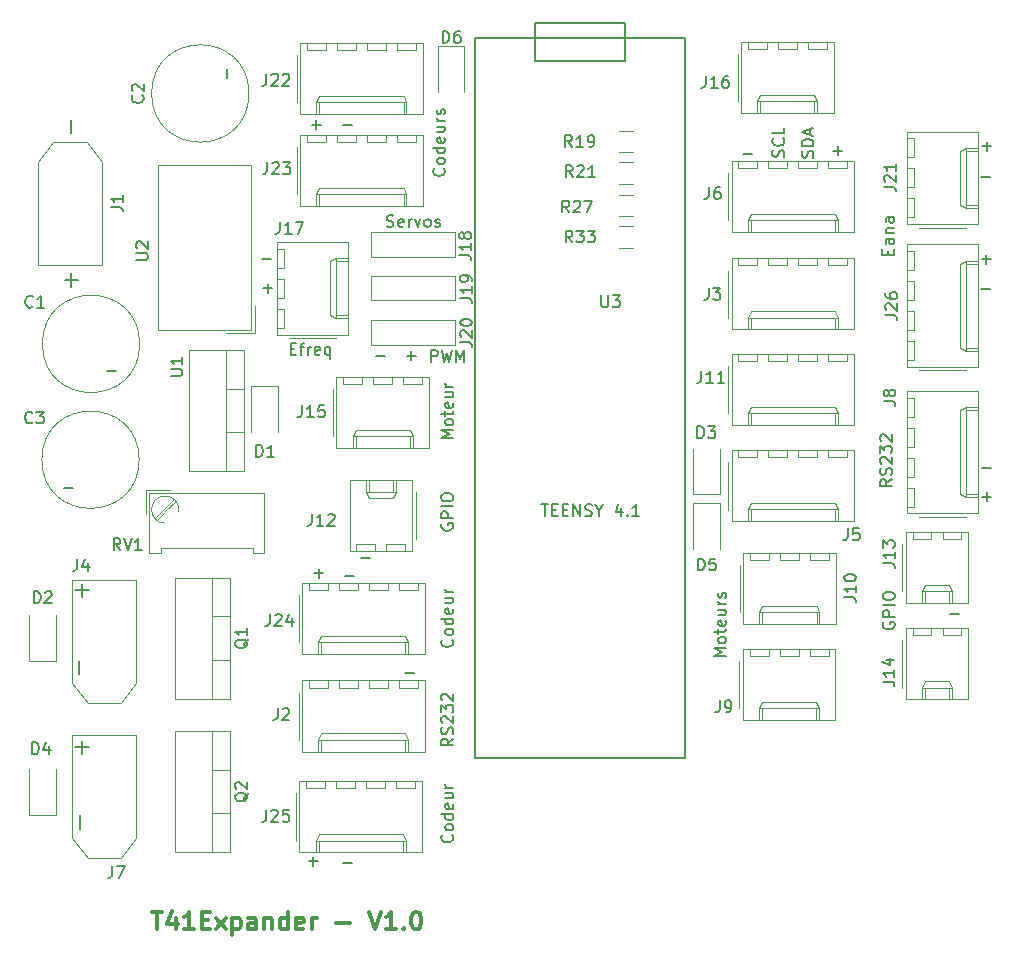
<source format=gbr>
G04 #@! TF.GenerationSoftware,KiCad,Pcbnew,5.1.2-f72e74a~84~ubuntu18.04.1*
G04 #@! TF.CreationDate,2022-02-01T20:37:36+01:00*
G04 #@! TF.ProjectId,T41Expander,54343145-7870-4616-9e64-65722e6b6963,rev?*
G04 #@! TF.SameCoordinates,Original*
G04 #@! TF.FileFunction,Legend,Top*
G04 #@! TF.FilePolarity,Positive*
%FSLAX46Y46*%
G04 Gerber Fmt 4.6, Leading zero omitted, Abs format (unit mm)*
G04 Created by KiCad (PCBNEW 5.1.2-f72e74a~84~ubuntu18.04.1) date 2022-02-01 20:37:36*
%MOMM*%
%LPD*%
G04 APERTURE LIST*
%ADD10C,0.150000*%
%ADD11C,0.300000*%
%ADD12C,0.120000*%
G04 APERTURE END LIST*
D10*
X57404523Y-53280060D02*
X57975952Y-53280060D01*
X57690238Y-54280060D02*
X57690238Y-53280060D01*
X58309285Y-53756251D02*
X58642619Y-53756251D01*
X58785476Y-54280060D02*
X58309285Y-54280060D01*
X58309285Y-53280060D01*
X58785476Y-53280060D01*
X59214047Y-53756251D02*
X59547380Y-53756251D01*
X59690238Y-54280060D02*
X59214047Y-54280060D01*
X59214047Y-53280060D01*
X59690238Y-53280060D01*
X60118809Y-54280060D02*
X60118809Y-53280060D01*
X60690238Y-54280060D01*
X60690238Y-53280060D01*
X61118809Y-54232441D02*
X61261666Y-54280060D01*
X61499761Y-54280060D01*
X61595000Y-54232441D01*
X61642619Y-54184822D01*
X61690238Y-54089584D01*
X61690238Y-53994346D01*
X61642619Y-53899108D01*
X61595000Y-53851489D01*
X61499761Y-53803870D01*
X61309285Y-53756251D01*
X61214047Y-53708632D01*
X61166428Y-53661013D01*
X61118809Y-53565775D01*
X61118809Y-53470537D01*
X61166428Y-53375299D01*
X61214047Y-53327680D01*
X61309285Y-53280060D01*
X61547380Y-53280060D01*
X61690238Y-53327680D01*
X62309285Y-53803870D02*
X62309285Y-54280060D01*
X61975952Y-53280060D02*
X62309285Y-53803870D01*
X62642619Y-53280060D01*
X64166428Y-53613394D02*
X64166428Y-54280060D01*
X63928333Y-53232441D02*
X63690238Y-53946727D01*
X64309285Y-53946727D01*
X64690238Y-54184822D02*
X64737857Y-54232441D01*
X64690238Y-54280060D01*
X64642619Y-54232441D01*
X64690238Y-54184822D01*
X64690238Y-54280060D01*
X65690238Y-54280060D02*
X65118809Y-54280060D01*
X65404523Y-54280060D02*
X65404523Y-53280060D01*
X65309285Y-53422918D01*
X65214047Y-53518156D01*
X65118809Y-53565775D01*
X44311535Y-29736681D02*
X44454392Y-29784300D01*
X44692487Y-29784300D01*
X44787725Y-29736681D01*
X44835344Y-29689062D01*
X44882963Y-29593824D01*
X44882963Y-29498586D01*
X44835344Y-29403348D01*
X44787725Y-29355729D01*
X44692487Y-29308110D01*
X44502011Y-29260491D01*
X44406773Y-29212872D01*
X44359154Y-29165253D01*
X44311535Y-29070015D01*
X44311535Y-28974777D01*
X44359154Y-28879539D01*
X44406773Y-28831920D01*
X44502011Y-28784300D01*
X44740106Y-28784300D01*
X44882963Y-28831920D01*
X45692487Y-29736681D02*
X45597249Y-29784300D01*
X45406773Y-29784300D01*
X45311535Y-29736681D01*
X45263916Y-29641443D01*
X45263916Y-29260491D01*
X45311535Y-29165253D01*
X45406773Y-29117634D01*
X45597249Y-29117634D01*
X45692487Y-29165253D01*
X45740106Y-29260491D01*
X45740106Y-29355729D01*
X45263916Y-29450967D01*
X46168678Y-29784300D02*
X46168678Y-29117634D01*
X46168678Y-29308110D02*
X46216297Y-29212872D01*
X46263916Y-29165253D01*
X46359154Y-29117634D01*
X46454392Y-29117634D01*
X46692487Y-29117634D02*
X46930582Y-29784300D01*
X47168678Y-29117634D01*
X47692487Y-29784300D02*
X47597249Y-29736681D01*
X47549630Y-29689062D01*
X47502011Y-29593824D01*
X47502011Y-29308110D01*
X47549630Y-29212872D01*
X47597249Y-29165253D01*
X47692487Y-29117634D01*
X47835344Y-29117634D01*
X47930582Y-29165253D01*
X47978201Y-29212872D01*
X48025820Y-29308110D01*
X48025820Y-29593824D01*
X47978201Y-29689062D01*
X47930582Y-29736681D01*
X47835344Y-29784300D01*
X47692487Y-29784300D01*
X48406773Y-29736681D02*
X48502011Y-29784300D01*
X48692487Y-29784300D01*
X48787725Y-29736681D01*
X48835344Y-29641443D01*
X48835344Y-29593824D01*
X48787725Y-29498586D01*
X48692487Y-29450967D01*
X48549630Y-29450967D01*
X48454392Y-29403348D01*
X48406773Y-29308110D01*
X48406773Y-29260491D01*
X48454392Y-29165253D01*
X48549630Y-29117634D01*
X48692487Y-29117634D01*
X48787725Y-29165253D01*
X94650607Y-25542548D02*
X95412512Y-25542548D01*
X38155927Y-59121348D02*
X38917832Y-59121348D01*
X38536880Y-59502300D02*
X38536880Y-58740396D01*
X42092927Y-57810708D02*
X42854832Y-57810708D01*
X40767047Y-59355028D02*
X41528952Y-59355028D01*
X45882607Y-67599868D02*
X46644512Y-67599868D01*
X40568927Y-83606948D02*
X41330832Y-83606948D01*
X37729207Y-83505348D02*
X38491112Y-83505348D01*
X38110160Y-83886300D02*
X38110160Y-83124396D01*
X91963287Y-62596068D02*
X92725192Y-62596068D01*
X94721727Y-52649428D02*
X95483632Y-52649428D01*
X95102680Y-53030380D02*
X95102680Y-52268476D01*
X94706487Y-32532628D02*
X95468392Y-32532628D01*
X95087440Y-32913580D02*
X95087440Y-32151676D01*
X94752207Y-22961908D02*
X95514112Y-22961908D01*
X95133160Y-23342860D02*
X95133160Y-22580956D01*
X94676007Y-50211028D02*
X95437912Y-50211028D01*
X94609967Y-35052308D02*
X95371872Y-35052308D01*
X82123327Y-23327668D02*
X82885232Y-23327668D01*
X82504280Y-23708620D02*
X82504280Y-22946716D01*
X74483007Y-23601988D02*
X75244912Y-23601988D01*
X80384281Y-23916805D02*
X80431900Y-23773948D01*
X80431900Y-23535853D01*
X80384281Y-23440615D01*
X80336662Y-23392996D01*
X80241424Y-23345377D01*
X80146186Y-23345377D01*
X80050948Y-23392996D01*
X80003329Y-23440615D01*
X79955710Y-23535853D01*
X79908091Y-23726329D01*
X79860472Y-23821567D01*
X79812853Y-23869186D01*
X79717615Y-23916805D01*
X79622377Y-23916805D01*
X79527139Y-23869186D01*
X79479520Y-23821567D01*
X79431900Y-23726329D01*
X79431900Y-23488234D01*
X79479520Y-23345377D01*
X80431900Y-22916805D02*
X79431900Y-22916805D01*
X79431900Y-22678710D01*
X79479520Y-22535853D01*
X79574758Y-22440615D01*
X79669996Y-22392996D01*
X79860472Y-22345377D01*
X80003329Y-22345377D01*
X80193805Y-22392996D01*
X80289043Y-22440615D01*
X80384281Y-22535853D01*
X80431900Y-22678710D01*
X80431900Y-22916805D01*
X80146186Y-21964424D02*
X80146186Y-21488234D01*
X80431900Y-22059662D02*
X79431900Y-21726329D01*
X80431900Y-21392996D01*
X77915401Y-23867596D02*
X77963020Y-23724739D01*
X77963020Y-23486643D01*
X77915401Y-23391405D01*
X77867782Y-23343786D01*
X77772544Y-23296167D01*
X77677306Y-23296167D01*
X77582068Y-23343786D01*
X77534449Y-23391405D01*
X77486830Y-23486643D01*
X77439211Y-23677120D01*
X77391592Y-23772358D01*
X77343973Y-23819977D01*
X77248735Y-23867596D01*
X77153497Y-23867596D01*
X77058259Y-23819977D01*
X77010640Y-23772358D01*
X76963020Y-23677120D01*
X76963020Y-23439024D01*
X77010640Y-23296167D01*
X77867782Y-22296167D02*
X77915401Y-22343786D01*
X77963020Y-22486643D01*
X77963020Y-22581881D01*
X77915401Y-22724739D01*
X77820163Y-22819977D01*
X77724925Y-22867596D01*
X77534449Y-22915215D01*
X77391592Y-22915215D01*
X77201116Y-22867596D01*
X77105878Y-22819977D01*
X77010640Y-22724739D01*
X76963020Y-22581881D01*
X76963020Y-22486643D01*
X77010640Y-22343786D01*
X77058259Y-22296167D01*
X77963020Y-21391405D02*
X77963020Y-21867596D01*
X76963020Y-21867596D01*
X33782047Y-32481828D02*
X34543952Y-32481828D01*
X33873487Y-34976108D02*
X34635392Y-34976108D01*
X34254440Y-35357060D02*
X34254440Y-34595156D01*
X37952727Y-21163588D02*
X38714632Y-21163588D01*
X38333680Y-21544540D02*
X38333680Y-20782636D01*
X40579087Y-21173748D02*
X41340992Y-21173748D01*
X48049038Y-41224460D02*
X48049038Y-40224460D01*
X48429990Y-40224460D01*
X48525228Y-40272080D01*
X48572847Y-40319699D01*
X48620466Y-40414937D01*
X48620466Y-40557794D01*
X48572847Y-40653032D01*
X48525228Y-40700651D01*
X48429990Y-40748270D01*
X48049038Y-40748270D01*
X48953800Y-40224460D02*
X49191895Y-41224460D01*
X49382371Y-40510175D01*
X49572847Y-41224460D01*
X49810942Y-40224460D01*
X50191895Y-41224460D02*
X50191895Y-40224460D01*
X50525228Y-40938746D01*
X50858561Y-40224460D01*
X50858561Y-41224460D01*
X46009607Y-40691108D02*
X46771512Y-40691108D01*
X46390560Y-41072060D02*
X46390560Y-40310156D01*
X43439127Y-40691108D02*
X44201032Y-40691108D01*
X36165683Y-40096131D02*
X36499017Y-40096131D01*
X36641874Y-40619940D02*
X36165683Y-40619940D01*
X36165683Y-39619940D01*
X36641874Y-39619940D01*
X36927588Y-39953274D02*
X37308540Y-39953274D01*
X37070445Y-40619940D02*
X37070445Y-39762798D01*
X37118064Y-39667560D01*
X37213302Y-39619940D01*
X37308540Y-39619940D01*
X37641874Y-40619940D02*
X37641874Y-39953274D01*
X37641874Y-40143750D02*
X37689493Y-40048512D01*
X37737112Y-40000893D01*
X37832350Y-39953274D01*
X37927588Y-39953274D01*
X38641874Y-40572321D02*
X38546636Y-40619940D01*
X38356160Y-40619940D01*
X38260921Y-40572321D01*
X38213302Y-40477083D01*
X38213302Y-40096131D01*
X38260921Y-40000893D01*
X38356160Y-39953274D01*
X38546636Y-39953274D01*
X38641874Y-40000893D01*
X38689493Y-40096131D01*
X38689493Y-40191369D01*
X38213302Y-40286607D01*
X39546636Y-39953274D02*
X39546636Y-40953274D01*
X39546636Y-40572321D02*
X39451398Y-40619940D01*
X39260921Y-40619940D01*
X39165683Y-40572321D01*
X39118064Y-40524702D01*
X39070445Y-40429464D01*
X39070445Y-40143750D01*
X39118064Y-40048512D01*
X39165683Y-40000893D01*
X39260921Y-39953274D01*
X39451398Y-39953274D01*
X39546636Y-40000893D01*
X48984280Y-54929280D02*
X48936660Y-55024518D01*
X48936660Y-55167375D01*
X48984280Y-55310232D01*
X49079518Y-55405470D01*
X49174756Y-55453089D01*
X49365232Y-55500708D01*
X49508089Y-55500708D01*
X49698565Y-55453089D01*
X49793803Y-55405470D01*
X49889041Y-55310232D01*
X49936660Y-55167375D01*
X49936660Y-55072137D01*
X49889041Y-54929280D01*
X49841422Y-54881660D01*
X49508089Y-54881660D01*
X49508089Y-55072137D01*
X49936660Y-54453089D02*
X48936660Y-54453089D01*
X48936660Y-54072137D01*
X48984280Y-53976899D01*
X49031899Y-53929280D01*
X49127137Y-53881660D01*
X49269994Y-53881660D01*
X49365232Y-53929280D01*
X49412851Y-53976899D01*
X49460470Y-54072137D01*
X49460470Y-54453089D01*
X49936660Y-53453089D02*
X48936660Y-53453089D01*
X48936660Y-52786422D02*
X48936660Y-52595946D01*
X48984280Y-52500708D01*
X49079518Y-52405470D01*
X49269994Y-52357851D01*
X49603327Y-52357851D01*
X49793803Y-52405470D01*
X49889041Y-52500708D01*
X49936660Y-52595946D01*
X49936660Y-52786422D01*
X49889041Y-52881660D01*
X49793803Y-52976899D01*
X49603327Y-53024518D01*
X49269994Y-53024518D01*
X49079518Y-52976899D01*
X48984280Y-52881660D01*
X48936660Y-52786422D01*
X86710211Y-32132708D02*
X86710211Y-31799375D01*
X87234020Y-31656518D02*
X87234020Y-32132708D01*
X86234020Y-32132708D01*
X86234020Y-31656518D01*
X87234020Y-30799375D02*
X86710211Y-30799375D01*
X86614973Y-30846994D01*
X86567354Y-30942232D01*
X86567354Y-31132708D01*
X86614973Y-31227946D01*
X87186401Y-30799375D02*
X87234020Y-30894613D01*
X87234020Y-31132708D01*
X87186401Y-31227946D01*
X87091163Y-31275565D01*
X86995925Y-31275565D01*
X86900687Y-31227946D01*
X86853068Y-31132708D01*
X86853068Y-30894613D01*
X86805449Y-30799375D01*
X86567354Y-30323184D02*
X87234020Y-30323184D01*
X86662592Y-30323184D02*
X86614973Y-30275565D01*
X86567354Y-30180327D01*
X86567354Y-30037470D01*
X86614973Y-29942232D01*
X86710211Y-29894613D01*
X87234020Y-29894613D01*
X87234020Y-28989851D02*
X86710211Y-28989851D01*
X86614973Y-29037470D01*
X86567354Y-29132708D01*
X86567354Y-29323184D01*
X86614973Y-29418422D01*
X87186401Y-28989851D02*
X87234020Y-29085089D01*
X87234020Y-29323184D01*
X87186401Y-29418422D01*
X87091163Y-29466041D01*
X86995925Y-29466041D01*
X86900687Y-29418422D01*
X86853068Y-29323184D01*
X86853068Y-29085089D01*
X86805449Y-28989851D01*
X86357840Y-63280800D02*
X86310220Y-63376038D01*
X86310220Y-63518895D01*
X86357840Y-63661752D01*
X86453078Y-63756990D01*
X86548316Y-63804609D01*
X86738792Y-63852228D01*
X86881649Y-63852228D01*
X87072125Y-63804609D01*
X87167363Y-63756990D01*
X87262601Y-63661752D01*
X87310220Y-63518895D01*
X87310220Y-63423657D01*
X87262601Y-63280800D01*
X87214982Y-63233180D01*
X86881649Y-63233180D01*
X86881649Y-63423657D01*
X87310220Y-62804609D02*
X86310220Y-62804609D01*
X86310220Y-62423657D01*
X86357840Y-62328419D01*
X86405459Y-62280800D01*
X86500697Y-62233180D01*
X86643554Y-62233180D01*
X86738792Y-62280800D01*
X86786411Y-62328419D01*
X86834030Y-62423657D01*
X86834030Y-62804609D01*
X87310220Y-61804609D02*
X86310220Y-61804609D01*
X86310220Y-61137942D02*
X86310220Y-60947466D01*
X86357840Y-60852228D01*
X86453078Y-60756990D01*
X86643554Y-60709371D01*
X86976887Y-60709371D01*
X87167363Y-60756990D01*
X87262601Y-60852228D01*
X87310220Y-60947466D01*
X87310220Y-61137942D01*
X87262601Y-61233180D01*
X87167363Y-61328419D01*
X86976887Y-61376038D01*
X86643554Y-61376038D01*
X86453078Y-61328419D01*
X86357840Y-61233180D01*
X86310220Y-61137942D01*
X87071460Y-51170958D02*
X86595270Y-51504291D01*
X87071460Y-51742386D02*
X86071460Y-51742386D01*
X86071460Y-51361434D01*
X86119080Y-51266196D01*
X86166699Y-51218577D01*
X86261937Y-51170958D01*
X86404794Y-51170958D01*
X86500032Y-51218577D01*
X86547651Y-51266196D01*
X86595270Y-51361434D01*
X86595270Y-51742386D01*
X87023841Y-50790005D02*
X87071460Y-50647148D01*
X87071460Y-50409053D01*
X87023841Y-50313815D01*
X86976222Y-50266196D01*
X86880984Y-50218577D01*
X86785746Y-50218577D01*
X86690508Y-50266196D01*
X86642889Y-50313815D01*
X86595270Y-50409053D01*
X86547651Y-50599529D01*
X86500032Y-50694767D01*
X86452413Y-50742386D01*
X86357175Y-50790005D01*
X86261937Y-50790005D01*
X86166699Y-50742386D01*
X86119080Y-50694767D01*
X86071460Y-50599529D01*
X86071460Y-50361434D01*
X86119080Y-50218577D01*
X86166699Y-49837624D02*
X86119080Y-49790005D01*
X86071460Y-49694767D01*
X86071460Y-49456672D01*
X86119080Y-49361434D01*
X86166699Y-49313815D01*
X86261937Y-49266196D01*
X86357175Y-49266196D01*
X86500032Y-49313815D01*
X87071460Y-49885243D01*
X87071460Y-49266196D01*
X86071460Y-48932862D02*
X86071460Y-48313815D01*
X86452413Y-48647148D01*
X86452413Y-48504291D01*
X86500032Y-48409053D01*
X86547651Y-48361434D01*
X86642889Y-48313815D01*
X86880984Y-48313815D01*
X86976222Y-48361434D01*
X87023841Y-48409053D01*
X87071460Y-48504291D01*
X87071460Y-48790005D01*
X87023841Y-48885243D01*
X86976222Y-48932862D01*
X86166699Y-47932862D02*
X86119080Y-47885243D01*
X86071460Y-47790005D01*
X86071460Y-47551910D01*
X86119080Y-47456672D01*
X86166699Y-47409053D01*
X86261937Y-47361434D01*
X86357175Y-47361434D01*
X86500032Y-47409053D01*
X87071460Y-47980481D01*
X87071460Y-47361434D01*
X49841422Y-81272474D02*
X49889041Y-81320093D01*
X49936660Y-81462950D01*
X49936660Y-81558188D01*
X49889041Y-81701045D01*
X49793803Y-81796283D01*
X49698565Y-81843902D01*
X49508089Y-81891521D01*
X49365232Y-81891521D01*
X49174756Y-81843902D01*
X49079518Y-81796283D01*
X48984280Y-81701045D01*
X48936660Y-81558188D01*
X48936660Y-81462950D01*
X48984280Y-81320093D01*
X49031899Y-81272474D01*
X49936660Y-80701045D02*
X49889041Y-80796283D01*
X49841422Y-80843902D01*
X49746184Y-80891521D01*
X49460470Y-80891521D01*
X49365232Y-80843902D01*
X49317613Y-80796283D01*
X49269994Y-80701045D01*
X49269994Y-80558188D01*
X49317613Y-80462950D01*
X49365232Y-80415331D01*
X49460470Y-80367712D01*
X49746184Y-80367712D01*
X49841422Y-80415331D01*
X49889041Y-80462950D01*
X49936660Y-80558188D01*
X49936660Y-80701045D01*
X49936660Y-79510569D02*
X48936660Y-79510569D01*
X49889041Y-79510569D02*
X49936660Y-79605807D01*
X49936660Y-79796283D01*
X49889041Y-79891521D01*
X49841422Y-79939140D01*
X49746184Y-79986760D01*
X49460470Y-79986760D01*
X49365232Y-79939140D01*
X49317613Y-79891521D01*
X49269994Y-79796283D01*
X49269994Y-79605807D01*
X49317613Y-79510569D01*
X49889041Y-78653426D02*
X49936660Y-78748664D01*
X49936660Y-78939140D01*
X49889041Y-79034379D01*
X49793803Y-79081998D01*
X49412851Y-79081998D01*
X49317613Y-79034379D01*
X49269994Y-78939140D01*
X49269994Y-78748664D01*
X49317613Y-78653426D01*
X49412851Y-78605807D01*
X49508089Y-78605807D01*
X49603327Y-79081998D01*
X49269994Y-77748664D02*
X49936660Y-77748664D01*
X49269994Y-78177236D02*
X49793803Y-78177236D01*
X49889041Y-78129617D01*
X49936660Y-78034379D01*
X49936660Y-77891521D01*
X49889041Y-77796283D01*
X49841422Y-77748664D01*
X49936660Y-77272474D02*
X49269994Y-77272474D01*
X49460470Y-77272474D02*
X49365232Y-77224855D01*
X49317613Y-77177236D01*
X49269994Y-77081998D01*
X49269994Y-76986760D01*
X49936660Y-73116558D02*
X49460470Y-73449891D01*
X49936660Y-73687986D02*
X48936660Y-73687986D01*
X48936660Y-73307034D01*
X48984280Y-73211796D01*
X49031899Y-73164177D01*
X49127137Y-73116558D01*
X49269994Y-73116558D01*
X49365232Y-73164177D01*
X49412851Y-73211796D01*
X49460470Y-73307034D01*
X49460470Y-73687986D01*
X49889041Y-72735605D02*
X49936660Y-72592748D01*
X49936660Y-72354653D01*
X49889041Y-72259415D01*
X49841422Y-72211796D01*
X49746184Y-72164177D01*
X49650946Y-72164177D01*
X49555708Y-72211796D01*
X49508089Y-72259415D01*
X49460470Y-72354653D01*
X49412851Y-72545129D01*
X49365232Y-72640367D01*
X49317613Y-72687986D01*
X49222375Y-72735605D01*
X49127137Y-72735605D01*
X49031899Y-72687986D01*
X48984280Y-72640367D01*
X48936660Y-72545129D01*
X48936660Y-72307034D01*
X48984280Y-72164177D01*
X49031899Y-71783224D02*
X48984280Y-71735605D01*
X48936660Y-71640367D01*
X48936660Y-71402272D01*
X48984280Y-71307034D01*
X49031899Y-71259415D01*
X49127137Y-71211796D01*
X49222375Y-71211796D01*
X49365232Y-71259415D01*
X49936660Y-71830843D01*
X49936660Y-71211796D01*
X48936660Y-70878462D02*
X48936660Y-70259415D01*
X49317613Y-70592748D01*
X49317613Y-70449891D01*
X49365232Y-70354653D01*
X49412851Y-70307034D01*
X49508089Y-70259415D01*
X49746184Y-70259415D01*
X49841422Y-70307034D01*
X49889041Y-70354653D01*
X49936660Y-70449891D01*
X49936660Y-70735605D01*
X49889041Y-70830843D01*
X49841422Y-70878462D01*
X49031899Y-69878462D02*
X48984280Y-69830843D01*
X48936660Y-69735605D01*
X48936660Y-69497510D01*
X48984280Y-69402272D01*
X49031899Y-69354653D01*
X49127137Y-69307034D01*
X49222375Y-69307034D01*
X49365232Y-69354653D01*
X49936660Y-69926081D01*
X49936660Y-69307034D01*
X49841422Y-64726914D02*
X49889041Y-64774533D01*
X49936660Y-64917390D01*
X49936660Y-65012628D01*
X49889041Y-65155485D01*
X49793803Y-65250723D01*
X49698565Y-65298342D01*
X49508089Y-65345961D01*
X49365232Y-65345961D01*
X49174756Y-65298342D01*
X49079518Y-65250723D01*
X48984280Y-65155485D01*
X48936660Y-65012628D01*
X48936660Y-64917390D01*
X48984280Y-64774533D01*
X49031899Y-64726914D01*
X49936660Y-64155485D02*
X49889041Y-64250723D01*
X49841422Y-64298342D01*
X49746184Y-64345961D01*
X49460470Y-64345961D01*
X49365232Y-64298342D01*
X49317613Y-64250723D01*
X49269994Y-64155485D01*
X49269994Y-64012628D01*
X49317613Y-63917390D01*
X49365232Y-63869771D01*
X49460470Y-63822152D01*
X49746184Y-63822152D01*
X49841422Y-63869771D01*
X49889041Y-63917390D01*
X49936660Y-64012628D01*
X49936660Y-64155485D01*
X49936660Y-62965009D02*
X48936660Y-62965009D01*
X49889041Y-62965009D02*
X49936660Y-63060247D01*
X49936660Y-63250723D01*
X49889041Y-63345961D01*
X49841422Y-63393580D01*
X49746184Y-63441200D01*
X49460470Y-63441200D01*
X49365232Y-63393580D01*
X49317613Y-63345961D01*
X49269994Y-63250723D01*
X49269994Y-63060247D01*
X49317613Y-62965009D01*
X49889041Y-62107866D02*
X49936660Y-62203104D01*
X49936660Y-62393580D01*
X49889041Y-62488819D01*
X49793803Y-62536438D01*
X49412851Y-62536438D01*
X49317613Y-62488819D01*
X49269994Y-62393580D01*
X49269994Y-62203104D01*
X49317613Y-62107866D01*
X49412851Y-62060247D01*
X49508089Y-62060247D01*
X49603327Y-62536438D01*
X49269994Y-61203104D02*
X49936660Y-61203104D01*
X49269994Y-61631676D02*
X49793803Y-61631676D01*
X49889041Y-61584057D01*
X49936660Y-61488819D01*
X49936660Y-61345961D01*
X49889041Y-61250723D01*
X49841422Y-61203104D01*
X49936660Y-60726914D02*
X49269994Y-60726914D01*
X49460470Y-60726914D02*
X49365232Y-60679295D01*
X49317613Y-60631676D01*
X49269994Y-60536438D01*
X49269994Y-60441200D01*
X49135302Y-24842196D02*
X49182921Y-24889815D01*
X49230540Y-25032672D01*
X49230540Y-25127910D01*
X49182921Y-25270767D01*
X49087683Y-25366005D01*
X48992445Y-25413624D01*
X48801969Y-25461243D01*
X48659112Y-25461243D01*
X48468636Y-25413624D01*
X48373398Y-25366005D01*
X48278160Y-25270767D01*
X48230540Y-25127910D01*
X48230540Y-25032672D01*
X48278160Y-24889815D01*
X48325779Y-24842196D01*
X49230540Y-24270767D02*
X49182921Y-24366005D01*
X49135302Y-24413624D01*
X49040064Y-24461243D01*
X48754350Y-24461243D01*
X48659112Y-24413624D01*
X48611493Y-24366005D01*
X48563874Y-24270767D01*
X48563874Y-24127910D01*
X48611493Y-24032672D01*
X48659112Y-23985053D01*
X48754350Y-23937434D01*
X49040064Y-23937434D01*
X49135302Y-23985053D01*
X49182921Y-24032672D01*
X49230540Y-24127910D01*
X49230540Y-24270767D01*
X49230540Y-23080291D02*
X48230540Y-23080291D01*
X49182921Y-23080291D02*
X49230540Y-23175529D01*
X49230540Y-23366005D01*
X49182921Y-23461243D01*
X49135302Y-23508862D01*
X49040064Y-23556481D01*
X48754350Y-23556481D01*
X48659112Y-23508862D01*
X48611493Y-23461243D01*
X48563874Y-23366005D01*
X48563874Y-23175529D01*
X48611493Y-23080291D01*
X49182921Y-22223148D02*
X49230540Y-22318386D01*
X49230540Y-22508862D01*
X49182921Y-22604100D01*
X49087683Y-22651720D01*
X48706731Y-22651720D01*
X48611493Y-22604100D01*
X48563874Y-22508862D01*
X48563874Y-22318386D01*
X48611493Y-22223148D01*
X48706731Y-22175529D01*
X48801969Y-22175529D01*
X48897207Y-22651720D01*
X48563874Y-21318386D02*
X49230540Y-21318386D01*
X48563874Y-21746958D02*
X49087683Y-21746958D01*
X49182921Y-21699339D01*
X49230540Y-21604100D01*
X49230540Y-21461243D01*
X49182921Y-21366005D01*
X49135302Y-21318386D01*
X49230540Y-20842196D02*
X48563874Y-20842196D01*
X48754350Y-20842196D02*
X48659112Y-20794577D01*
X48611493Y-20746958D01*
X48563874Y-20651720D01*
X48563874Y-20556481D01*
X49182921Y-20270767D02*
X49230540Y-20175529D01*
X49230540Y-19985053D01*
X49182921Y-19889815D01*
X49087683Y-19842196D01*
X49040064Y-19842196D01*
X48944826Y-19889815D01*
X48897207Y-19985053D01*
X48897207Y-20127910D01*
X48849588Y-20223148D01*
X48754350Y-20270767D01*
X48706731Y-20270767D01*
X48611493Y-20223148D01*
X48563874Y-20127910D01*
X48563874Y-19985053D01*
X48611493Y-19889815D01*
X49936660Y-47692344D02*
X48936660Y-47692344D01*
X49650946Y-47359011D01*
X48936660Y-47025678D01*
X49936660Y-47025678D01*
X49936660Y-46406630D02*
X49889041Y-46501868D01*
X49841422Y-46549487D01*
X49746184Y-46597106D01*
X49460470Y-46597106D01*
X49365232Y-46549487D01*
X49317613Y-46501868D01*
X49269994Y-46406630D01*
X49269994Y-46263773D01*
X49317613Y-46168535D01*
X49365232Y-46120916D01*
X49460470Y-46073297D01*
X49746184Y-46073297D01*
X49841422Y-46120916D01*
X49889041Y-46168535D01*
X49936660Y-46263773D01*
X49936660Y-46406630D01*
X49269994Y-45787582D02*
X49269994Y-45406630D01*
X48936660Y-45644725D02*
X49793803Y-45644725D01*
X49889041Y-45597106D01*
X49936660Y-45501868D01*
X49936660Y-45406630D01*
X49889041Y-44692344D02*
X49936660Y-44787582D01*
X49936660Y-44978059D01*
X49889041Y-45073297D01*
X49793803Y-45120916D01*
X49412851Y-45120916D01*
X49317613Y-45073297D01*
X49269994Y-44978059D01*
X49269994Y-44787582D01*
X49317613Y-44692344D01*
X49412851Y-44644725D01*
X49508089Y-44644725D01*
X49603327Y-45120916D01*
X49269994Y-43787582D02*
X49936660Y-43787582D01*
X49269994Y-44216154D02*
X49793803Y-44216154D01*
X49889041Y-44168535D01*
X49936660Y-44073297D01*
X49936660Y-43930440D01*
X49889041Y-43835201D01*
X49841422Y-43787582D01*
X49936660Y-43311392D02*
X49269994Y-43311392D01*
X49460470Y-43311392D02*
X49365232Y-43263773D01*
X49317613Y-43216154D01*
X49269994Y-43120916D01*
X49269994Y-43025678D01*
X73020180Y-66141266D02*
X72020180Y-66141266D01*
X72734466Y-65807933D01*
X72020180Y-65474600D01*
X73020180Y-65474600D01*
X73020180Y-64855552D02*
X72972561Y-64950790D01*
X72924942Y-64998409D01*
X72829704Y-65046028D01*
X72543990Y-65046028D01*
X72448752Y-64998409D01*
X72401133Y-64950790D01*
X72353514Y-64855552D01*
X72353514Y-64712695D01*
X72401133Y-64617457D01*
X72448752Y-64569838D01*
X72543990Y-64522219D01*
X72829704Y-64522219D01*
X72924942Y-64569838D01*
X72972561Y-64617457D01*
X73020180Y-64712695D01*
X73020180Y-64855552D01*
X72353514Y-64236504D02*
X72353514Y-63855552D01*
X72020180Y-64093647D02*
X72877323Y-64093647D01*
X72972561Y-64046028D01*
X73020180Y-63950790D01*
X73020180Y-63855552D01*
X72972561Y-63141266D02*
X73020180Y-63236504D01*
X73020180Y-63426980D01*
X72972561Y-63522219D01*
X72877323Y-63569838D01*
X72496371Y-63569838D01*
X72401133Y-63522219D01*
X72353514Y-63426980D01*
X72353514Y-63236504D01*
X72401133Y-63141266D01*
X72496371Y-63093647D01*
X72591609Y-63093647D01*
X72686847Y-63569838D01*
X72353514Y-62236504D02*
X73020180Y-62236504D01*
X72353514Y-62665076D02*
X72877323Y-62665076D01*
X72972561Y-62617457D01*
X73020180Y-62522219D01*
X73020180Y-62379361D01*
X72972561Y-62284123D01*
X72924942Y-62236504D01*
X73020180Y-61760314D02*
X72353514Y-61760314D01*
X72543990Y-61760314D02*
X72448752Y-61712695D01*
X72401133Y-61665076D01*
X72353514Y-61569838D01*
X72353514Y-61474600D01*
X72972561Y-61188885D02*
X73020180Y-61093647D01*
X73020180Y-60903171D01*
X72972561Y-60807933D01*
X72877323Y-60760314D01*
X72829704Y-60760314D01*
X72734466Y-60807933D01*
X72686847Y-60903171D01*
X72686847Y-61046028D01*
X72639228Y-61141266D01*
X72543990Y-61188885D01*
X72496371Y-61188885D01*
X72401133Y-61141266D01*
X72353514Y-61046028D01*
X72353514Y-60903171D01*
X72401133Y-60807933D01*
X30780028Y-17144952D02*
X30780028Y-16383047D01*
X20650247Y-41981428D02*
X21412152Y-41981428D01*
X16992647Y-51912828D02*
X17754552Y-51912828D01*
D11*
X24451314Y-87773771D02*
X25308457Y-87773771D01*
X24879885Y-89273771D02*
X24879885Y-87773771D01*
X26451314Y-88273771D02*
X26451314Y-89273771D01*
X26094171Y-87702342D02*
X25737028Y-88773771D01*
X26665600Y-88773771D01*
X28022742Y-89273771D02*
X27165600Y-89273771D01*
X27594171Y-89273771D02*
X27594171Y-87773771D01*
X27451314Y-87988057D01*
X27308457Y-88130914D01*
X27165600Y-88202342D01*
X28665600Y-88488057D02*
X29165600Y-88488057D01*
X29379885Y-89273771D02*
X28665600Y-89273771D01*
X28665600Y-87773771D01*
X29379885Y-87773771D01*
X29879885Y-89273771D02*
X30665600Y-88273771D01*
X29879885Y-88273771D02*
X30665600Y-89273771D01*
X31237028Y-88273771D02*
X31237028Y-89773771D01*
X31237028Y-88345200D02*
X31379885Y-88273771D01*
X31665600Y-88273771D01*
X31808457Y-88345200D01*
X31879885Y-88416628D01*
X31951314Y-88559485D01*
X31951314Y-88988057D01*
X31879885Y-89130914D01*
X31808457Y-89202342D01*
X31665600Y-89273771D01*
X31379885Y-89273771D01*
X31237028Y-89202342D01*
X33237028Y-89273771D02*
X33237028Y-88488057D01*
X33165600Y-88345200D01*
X33022742Y-88273771D01*
X32737028Y-88273771D01*
X32594171Y-88345200D01*
X33237028Y-89202342D02*
X33094171Y-89273771D01*
X32737028Y-89273771D01*
X32594171Y-89202342D01*
X32522742Y-89059485D01*
X32522742Y-88916628D01*
X32594171Y-88773771D01*
X32737028Y-88702342D01*
X33094171Y-88702342D01*
X33237028Y-88630914D01*
X33951314Y-88273771D02*
X33951314Y-89273771D01*
X33951314Y-88416628D02*
X34022742Y-88345200D01*
X34165600Y-88273771D01*
X34379885Y-88273771D01*
X34522742Y-88345200D01*
X34594171Y-88488057D01*
X34594171Y-89273771D01*
X35951314Y-89273771D02*
X35951314Y-87773771D01*
X35951314Y-89202342D02*
X35808457Y-89273771D01*
X35522742Y-89273771D01*
X35379885Y-89202342D01*
X35308457Y-89130914D01*
X35237028Y-88988057D01*
X35237028Y-88559485D01*
X35308457Y-88416628D01*
X35379885Y-88345200D01*
X35522742Y-88273771D01*
X35808457Y-88273771D01*
X35951314Y-88345200D01*
X37237028Y-89202342D02*
X37094171Y-89273771D01*
X36808457Y-89273771D01*
X36665600Y-89202342D01*
X36594171Y-89059485D01*
X36594171Y-88488057D01*
X36665600Y-88345200D01*
X36808457Y-88273771D01*
X37094171Y-88273771D01*
X37237028Y-88345200D01*
X37308457Y-88488057D01*
X37308457Y-88630914D01*
X36594171Y-88773771D01*
X37951314Y-89273771D02*
X37951314Y-88273771D01*
X37951314Y-88559485D02*
X38022742Y-88416628D01*
X38094171Y-88345200D01*
X38237028Y-88273771D01*
X38379885Y-88273771D01*
X40022742Y-88702342D02*
X41165600Y-88702342D01*
X42808457Y-87773771D02*
X43308457Y-89273771D01*
X43808457Y-87773771D01*
X45094171Y-89273771D02*
X44237028Y-89273771D01*
X44665600Y-89273771D02*
X44665600Y-87773771D01*
X44522742Y-87988057D01*
X44379885Y-88130914D01*
X44237028Y-88202342D01*
X45737028Y-89130914D02*
X45808457Y-89202342D01*
X45737028Y-89273771D01*
X45665600Y-89202342D01*
X45737028Y-89130914D01*
X45737028Y-89273771D01*
X46737028Y-87773771D02*
X46879885Y-87773771D01*
X47022742Y-87845200D01*
X47094171Y-87916628D01*
X47165600Y-88059485D01*
X47237028Y-88345200D01*
X47237028Y-88702342D01*
X47165600Y-88988057D01*
X47094171Y-89130914D01*
X47022742Y-89202342D01*
X46879885Y-89273771D01*
X46737028Y-89273771D01*
X46594171Y-89202342D01*
X46522742Y-89130914D01*
X46451314Y-88988057D01*
X46379885Y-88702342D01*
X46379885Y-88345200D01*
X46451314Y-88059485D01*
X46522742Y-87916628D01*
X46594171Y-87845200D01*
X46737028Y-87773771D01*
D10*
X56896000Y-13817600D02*
X56896000Y-12547600D01*
X56896000Y-12547600D02*
X64516000Y-12547600D01*
X64516000Y-12547600D02*
X64516000Y-13817600D01*
X56896000Y-15722600D02*
X64516000Y-15722600D01*
X64516000Y-15722600D02*
X64516000Y-13817600D01*
X56896000Y-15722600D02*
X56896000Y-13817600D01*
X69596000Y-13817600D02*
X69596000Y-74777600D01*
X69596000Y-74777600D02*
X51816000Y-74777600D01*
X51816000Y-74777600D02*
X51816000Y-13817600D01*
X51816000Y-13817600D02*
X69596000Y-13817600D01*
D12*
X23396000Y-39700200D02*
G75*
G03X23396000Y-39700200I-4120000J0D01*
G01*
X32644200Y-18493800D02*
G75*
G03X32644200Y-18493800I-4120000J0D01*
G01*
X23350400Y-49504600D02*
G75*
G03X23350400Y-49504600I-4120000J0D01*
G01*
X32834960Y-43244960D02*
X32834960Y-47129960D01*
X35104960Y-43244960D02*
X32834960Y-43244960D01*
X35104960Y-47129960D02*
X35104960Y-43244960D01*
X14028800Y-62656920D02*
X14028800Y-66541920D01*
X14028800Y-66541920D02*
X16298800Y-66541920D01*
X16298800Y-66541920D02*
X16298800Y-62656920D01*
X72488680Y-52442840D02*
X72488680Y-48557840D01*
X70218680Y-52442840D02*
X72488680Y-52442840D01*
X70218680Y-48557840D02*
X70218680Y-52442840D01*
X14028800Y-75694280D02*
X14028800Y-79579280D01*
X14028800Y-79579280D02*
X16298800Y-79579280D01*
X16298800Y-79579280D02*
X16298800Y-75694280D01*
X72493760Y-57030880D02*
X72493760Y-53145880D01*
X72493760Y-53145880D02*
X70223760Y-53145880D01*
X70223760Y-53145880D02*
X70223760Y-57030880D01*
X48613440Y-14501400D02*
X48613440Y-18386400D01*
X50883440Y-14501400D02*
X48613440Y-14501400D01*
X50883440Y-18386400D02*
X50883440Y-14501400D01*
X20210600Y-24263000D02*
X20210600Y-32983000D01*
X20210600Y-32983000D02*
X14790600Y-32983000D01*
X14790600Y-24263000D02*
X14790600Y-32983000D01*
X18910600Y-22563000D02*
X20210600Y-24263000D01*
X16090600Y-22563000D02*
X14790600Y-24263000D01*
X18910600Y-22563000D02*
X16090600Y-22563000D01*
X37146720Y-68191600D02*
X37146720Y-74211600D01*
X37146720Y-74211600D02*
X47526720Y-74211600D01*
X47526720Y-74211600D02*
X47526720Y-68191600D01*
X47526720Y-68191600D02*
X37146720Y-68191600D01*
X36856720Y-69221600D02*
X36856720Y-73221600D01*
X38526720Y-74211600D02*
X38526720Y-73211600D01*
X38526720Y-73211600D02*
X46146720Y-73211600D01*
X46146720Y-73211600D02*
X46146720Y-74211600D01*
X38526720Y-73211600D02*
X38776720Y-72681600D01*
X38776720Y-72681600D02*
X45896720Y-72681600D01*
X45896720Y-72681600D02*
X46146720Y-73211600D01*
X38776720Y-74211600D02*
X38776720Y-73211600D01*
X45896720Y-74211600D02*
X45896720Y-73211600D01*
X37726720Y-68191600D02*
X37726720Y-68791600D01*
X37726720Y-68791600D02*
X39326720Y-68791600D01*
X39326720Y-68791600D02*
X39326720Y-68191600D01*
X40266720Y-68191600D02*
X40266720Y-68791600D01*
X40266720Y-68791600D02*
X41866720Y-68791600D01*
X41866720Y-68791600D02*
X41866720Y-68191600D01*
X42806720Y-68191600D02*
X42806720Y-68791600D01*
X42806720Y-68791600D02*
X44406720Y-68791600D01*
X44406720Y-68791600D02*
X44406720Y-68191600D01*
X45346720Y-68191600D02*
X45346720Y-68791600D01*
X45346720Y-68791600D02*
X46946720Y-68791600D01*
X46946720Y-68791600D02*
X46946720Y-68191600D01*
X73507961Y-32453800D02*
X73507961Y-38473800D01*
X73507961Y-38473800D02*
X83887961Y-38473800D01*
X83887961Y-38473800D02*
X83887961Y-32453800D01*
X83887961Y-32453800D02*
X73507961Y-32453800D01*
X73217961Y-33483800D02*
X73217961Y-37483800D01*
X74887961Y-38473800D02*
X74887961Y-37473800D01*
X74887961Y-37473800D02*
X82507961Y-37473800D01*
X82507961Y-37473800D02*
X82507961Y-38473800D01*
X74887961Y-37473800D02*
X75137961Y-36943800D01*
X75137961Y-36943800D02*
X82257961Y-36943800D01*
X82257961Y-36943800D02*
X82507961Y-37473800D01*
X75137961Y-38473800D02*
X75137961Y-37473800D01*
X82257961Y-38473800D02*
X82257961Y-37473800D01*
X74087961Y-32453800D02*
X74087961Y-33053800D01*
X74087961Y-33053800D02*
X75687961Y-33053800D01*
X75687961Y-33053800D02*
X75687961Y-32453800D01*
X76627961Y-32453800D02*
X76627961Y-33053800D01*
X76627961Y-33053800D02*
X78227961Y-33053800D01*
X78227961Y-33053800D02*
X78227961Y-32453800D01*
X79167961Y-32453800D02*
X79167961Y-33053800D01*
X79167961Y-33053800D02*
X80767961Y-33053800D01*
X80767961Y-33053800D02*
X80767961Y-32453800D01*
X81707961Y-32453800D02*
X81707961Y-33053800D01*
X81707961Y-33053800D02*
X83307961Y-33053800D01*
X83307961Y-33053800D02*
X83307961Y-32453800D01*
X17686200Y-68391120D02*
X17686200Y-59671120D01*
X17686200Y-59671120D02*
X23106200Y-59671120D01*
X23106200Y-68391120D02*
X23106200Y-59671120D01*
X18986200Y-70091120D02*
X17686200Y-68391120D01*
X21806200Y-70091120D02*
X23106200Y-68391120D01*
X18986200Y-70091120D02*
X21806200Y-70091120D01*
X83307961Y-49292481D02*
X83307961Y-48692481D01*
X81707961Y-49292481D02*
X83307961Y-49292481D01*
X81707961Y-48692481D02*
X81707961Y-49292481D01*
X80767961Y-49292481D02*
X80767961Y-48692481D01*
X79167961Y-49292481D02*
X80767961Y-49292481D01*
X79167961Y-48692481D02*
X79167961Y-49292481D01*
X78227961Y-49292481D02*
X78227961Y-48692481D01*
X76627961Y-49292481D02*
X78227961Y-49292481D01*
X76627961Y-48692481D02*
X76627961Y-49292481D01*
X75687961Y-49292481D02*
X75687961Y-48692481D01*
X74087961Y-49292481D02*
X75687961Y-49292481D01*
X74087961Y-48692481D02*
X74087961Y-49292481D01*
X82257961Y-54712481D02*
X82257961Y-53712481D01*
X75137961Y-54712481D02*
X75137961Y-53712481D01*
X82257961Y-53182481D02*
X82507961Y-53712481D01*
X75137961Y-53182481D02*
X82257961Y-53182481D01*
X74887961Y-53712481D02*
X75137961Y-53182481D01*
X82507961Y-53712481D02*
X82507961Y-54712481D01*
X74887961Y-53712481D02*
X82507961Y-53712481D01*
X74887961Y-54712481D02*
X74887961Y-53712481D01*
X73217961Y-49722481D02*
X73217961Y-53722481D01*
X83887961Y-48692481D02*
X73507961Y-48692481D01*
X83887961Y-54712481D02*
X83887961Y-48692481D01*
X73507961Y-54712481D02*
X83887961Y-54712481D01*
X73507961Y-48692481D02*
X73507961Y-54712481D01*
X83307961Y-24803880D02*
X83307961Y-24203880D01*
X81707961Y-24803880D02*
X83307961Y-24803880D01*
X81707961Y-24203880D02*
X81707961Y-24803880D01*
X80767961Y-24803880D02*
X80767961Y-24203880D01*
X79167961Y-24803880D02*
X80767961Y-24803880D01*
X79167961Y-24203880D02*
X79167961Y-24803880D01*
X78227961Y-24803880D02*
X78227961Y-24203880D01*
X76627961Y-24803880D02*
X78227961Y-24803880D01*
X76627961Y-24203880D02*
X76627961Y-24803880D01*
X75687961Y-24803880D02*
X75687961Y-24203880D01*
X74087961Y-24803880D02*
X75687961Y-24803880D01*
X74087961Y-24203880D02*
X74087961Y-24803880D01*
X82257961Y-30223880D02*
X82257961Y-29223880D01*
X75137961Y-30223880D02*
X75137961Y-29223880D01*
X82257961Y-28693880D02*
X82507961Y-29223880D01*
X75137961Y-28693880D02*
X82257961Y-28693880D01*
X74887961Y-29223880D02*
X75137961Y-28693880D01*
X82507961Y-29223880D02*
X82507961Y-30223880D01*
X74887961Y-29223880D02*
X82507961Y-29223880D01*
X74887961Y-30223880D02*
X74887961Y-29223880D01*
X73217961Y-25233880D02*
X73217961Y-29233880D01*
X83887961Y-24203880D02*
X73507961Y-24203880D01*
X83887961Y-30223880D02*
X83887961Y-24203880D01*
X73507961Y-30223880D02*
X83887961Y-30223880D01*
X73507961Y-24203880D02*
X73507961Y-30223880D01*
X18986200Y-83202600D02*
X21806200Y-83202600D01*
X21806200Y-83202600D02*
X23106200Y-81502600D01*
X18986200Y-83202600D02*
X17686200Y-81502600D01*
X23106200Y-81502600D02*
X23106200Y-72782600D01*
X17686200Y-72782600D02*
X23106200Y-72782600D01*
X17686200Y-81502600D02*
X17686200Y-72782600D01*
X88954120Y-44249440D02*
X88354120Y-44249440D01*
X88954120Y-45849440D02*
X88954120Y-44249440D01*
X88354120Y-45849440D02*
X88954120Y-45849440D01*
X88954120Y-46789440D02*
X88354120Y-46789440D01*
X88954120Y-48389440D02*
X88954120Y-46789440D01*
X88354120Y-48389440D02*
X88954120Y-48389440D01*
X88954120Y-49329440D02*
X88354120Y-49329440D01*
X88954120Y-50929440D02*
X88954120Y-49329440D01*
X88354120Y-50929440D02*
X88954120Y-50929440D01*
X88954120Y-51869440D02*
X88354120Y-51869440D01*
X88954120Y-53469440D02*
X88954120Y-51869440D01*
X88354120Y-53469440D02*
X88954120Y-53469440D01*
X94374120Y-45299440D02*
X93374120Y-45299440D01*
X94374120Y-52419440D02*
X93374120Y-52419440D01*
X92844120Y-45299440D02*
X93374120Y-45049440D01*
X92844120Y-52419440D02*
X92844120Y-45299440D01*
X93374120Y-52669440D02*
X92844120Y-52419440D01*
X93374120Y-45049440D02*
X94374120Y-45049440D01*
X93374120Y-52669440D02*
X93374120Y-45049440D01*
X94374120Y-52669440D02*
X93374120Y-52669440D01*
X89384120Y-54339440D02*
X93384120Y-54339440D01*
X88354120Y-43669440D02*
X88354120Y-54049440D01*
X94374120Y-43669440D02*
X88354120Y-43669440D01*
X94374120Y-54049440D02*
X94374120Y-43669440D01*
X88354120Y-54049440D02*
X94374120Y-54049440D01*
X73507961Y-40520840D02*
X73507961Y-46540840D01*
X73507961Y-46540840D02*
X83887961Y-46540840D01*
X83887961Y-46540840D02*
X83887961Y-40520840D01*
X83887961Y-40520840D02*
X73507961Y-40520840D01*
X73217961Y-41550840D02*
X73217961Y-45550840D01*
X74887961Y-46540840D02*
X74887961Y-45540840D01*
X74887961Y-45540840D02*
X82507961Y-45540840D01*
X82507961Y-45540840D02*
X82507961Y-46540840D01*
X74887961Y-45540840D02*
X75137961Y-45010840D01*
X75137961Y-45010840D02*
X82257961Y-45010840D01*
X82257961Y-45010840D02*
X82507961Y-45540840D01*
X75137961Y-46540840D02*
X75137961Y-45540840D01*
X82257961Y-46540840D02*
X82257961Y-45540840D01*
X74087961Y-40520840D02*
X74087961Y-41120840D01*
X74087961Y-41120840D02*
X75687961Y-41120840D01*
X75687961Y-41120840D02*
X75687961Y-40520840D01*
X76627961Y-40520840D02*
X76627961Y-41120840D01*
X76627961Y-41120840D02*
X78227961Y-41120840D01*
X78227961Y-41120840D02*
X78227961Y-40520840D01*
X79167961Y-40520840D02*
X79167961Y-41120840D01*
X79167961Y-41120840D02*
X80767961Y-41120840D01*
X80767961Y-41120840D02*
X80767961Y-40520840D01*
X81707961Y-40520840D02*
X81707961Y-41120840D01*
X81707961Y-41120840D02*
X83307961Y-41120840D01*
X83307961Y-41120840D02*
X83307961Y-40520840D01*
X46459920Y-57274240D02*
X46459920Y-51254240D01*
X46459920Y-51254240D02*
X41159920Y-51254240D01*
X41159920Y-51254240D02*
X41159920Y-57274240D01*
X41159920Y-57274240D02*
X46459920Y-57274240D01*
X46749920Y-56244240D02*
X46749920Y-52244240D01*
X45079920Y-51254240D02*
X45079920Y-52254240D01*
X45079920Y-52254240D02*
X42539920Y-52254240D01*
X42539920Y-52254240D02*
X42539920Y-51254240D01*
X45079920Y-52254240D02*
X44829920Y-52784240D01*
X44829920Y-52784240D02*
X42789920Y-52784240D01*
X42789920Y-52784240D02*
X42539920Y-52254240D01*
X44829920Y-51254240D02*
X44829920Y-52254240D01*
X42789920Y-51254240D02*
X42789920Y-52254240D01*
X45879920Y-57274240D02*
X45879920Y-56674240D01*
X45879920Y-56674240D02*
X44279920Y-56674240D01*
X44279920Y-56674240D02*
X44279920Y-57274240D01*
X43339920Y-57274240D02*
X43339920Y-56674240D01*
X43339920Y-56674240D02*
X41739920Y-56674240D01*
X41739920Y-56674240D02*
X41739920Y-57274240D01*
X92966440Y-56198280D02*
X92966440Y-55598280D01*
X91366440Y-56198280D02*
X92966440Y-56198280D01*
X91366440Y-55598280D02*
X91366440Y-56198280D01*
X90426440Y-56198280D02*
X90426440Y-55598280D01*
X88826440Y-56198280D02*
X90426440Y-56198280D01*
X88826440Y-55598280D02*
X88826440Y-56198280D01*
X91916440Y-61618280D02*
X91916440Y-60618280D01*
X89876440Y-61618280D02*
X89876440Y-60618280D01*
X91916440Y-60088280D02*
X92166440Y-60618280D01*
X89876440Y-60088280D02*
X91916440Y-60088280D01*
X89626440Y-60618280D02*
X89876440Y-60088280D01*
X92166440Y-60618280D02*
X92166440Y-61618280D01*
X89626440Y-60618280D02*
X92166440Y-60618280D01*
X89626440Y-61618280D02*
X89626440Y-60618280D01*
X87956440Y-56628280D02*
X87956440Y-60628280D01*
X93546440Y-55598280D02*
X88246440Y-55598280D01*
X93546440Y-61618280D02*
X93546440Y-55598280D01*
X88246440Y-61618280D02*
X93546440Y-61618280D01*
X88246440Y-55598280D02*
X88246440Y-61618280D01*
X88246440Y-63777080D02*
X88246440Y-69797080D01*
X88246440Y-69797080D02*
X93546440Y-69797080D01*
X93546440Y-69797080D02*
X93546440Y-63777080D01*
X93546440Y-63777080D02*
X88246440Y-63777080D01*
X87956440Y-64807080D02*
X87956440Y-68807080D01*
X89626440Y-69797080D02*
X89626440Y-68797080D01*
X89626440Y-68797080D02*
X92166440Y-68797080D01*
X92166440Y-68797080D02*
X92166440Y-69797080D01*
X89626440Y-68797080D02*
X89876440Y-68267080D01*
X89876440Y-68267080D02*
X91916440Y-68267080D01*
X91916440Y-68267080D02*
X92166440Y-68797080D01*
X89876440Y-69797080D02*
X89876440Y-68797080D01*
X91916440Y-69797080D02*
X91916440Y-68797080D01*
X88826440Y-63777080D02*
X88826440Y-64377080D01*
X88826440Y-64377080D02*
X90426440Y-64377080D01*
X90426440Y-64377080D02*
X90426440Y-63777080D01*
X91366440Y-63777080D02*
X91366440Y-64377080D01*
X91366440Y-64377080D02*
X92966440Y-64377080D01*
X92966440Y-64377080D02*
X92966440Y-63777080D01*
X81566920Y-14694680D02*
X81566920Y-14094680D01*
X79966920Y-14694680D02*
X81566920Y-14694680D01*
X79966920Y-14094680D02*
X79966920Y-14694680D01*
X79026920Y-14694680D02*
X79026920Y-14094680D01*
X77426920Y-14694680D02*
X79026920Y-14694680D01*
X77426920Y-14094680D02*
X77426920Y-14694680D01*
X76486920Y-14694680D02*
X76486920Y-14094680D01*
X74886920Y-14694680D02*
X76486920Y-14694680D01*
X74886920Y-14094680D02*
X74886920Y-14694680D01*
X80516920Y-20114680D02*
X80516920Y-19114680D01*
X75936920Y-20114680D02*
X75936920Y-19114680D01*
X80516920Y-18584680D02*
X80766920Y-19114680D01*
X75936920Y-18584680D02*
X80516920Y-18584680D01*
X75686920Y-19114680D02*
X75936920Y-18584680D01*
X80766920Y-19114680D02*
X80766920Y-20114680D01*
X75686920Y-19114680D02*
X80766920Y-19114680D01*
X75686920Y-20114680D02*
X75686920Y-19114680D01*
X74016920Y-15124680D02*
X74016920Y-19124680D01*
X82146920Y-14094680D02*
X74306920Y-14094680D01*
X82146920Y-20114680D02*
X82146920Y-14094680D01*
X74306920Y-20114680D02*
X82146920Y-20114680D01*
X74306920Y-14094680D02*
X74306920Y-20114680D01*
X34993800Y-38921200D02*
X41013800Y-38921200D01*
X41013800Y-38921200D02*
X41013800Y-31081200D01*
X41013800Y-31081200D02*
X34993800Y-31081200D01*
X34993800Y-31081200D02*
X34993800Y-38921200D01*
X36023800Y-39211200D02*
X40023800Y-39211200D01*
X41013800Y-37541200D02*
X40013800Y-37541200D01*
X40013800Y-37541200D02*
X40013800Y-32461200D01*
X40013800Y-32461200D02*
X41013800Y-32461200D01*
X40013800Y-37541200D02*
X39483800Y-37291200D01*
X39483800Y-37291200D02*
X39483800Y-32711200D01*
X39483800Y-32711200D02*
X40013800Y-32461200D01*
X41013800Y-37291200D02*
X40013800Y-37291200D01*
X41013800Y-32711200D02*
X40013800Y-32711200D01*
X34993800Y-38341200D02*
X35593800Y-38341200D01*
X35593800Y-38341200D02*
X35593800Y-36741200D01*
X35593800Y-36741200D02*
X34993800Y-36741200D01*
X34993800Y-35801200D02*
X35593800Y-35801200D01*
X35593800Y-35801200D02*
X35593800Y-34201200D01*
X35593800Y-34201200D02*
X34993800Y-34201200D01*
X34993800Y-33261200D02*
X35593800Y-33261200D01*
X35593800Y-33261200D02*
X35593800Y-31661200D01*
X35593800Y-31661200D02*
X34993800Y-31661200D01*
X50114200Y-32334200D02*
X50114200Y-30251400D01*
X50114200Y-30251400D02*
X42951400Y-30251400D01*
X42951400Y-30251400D02*
X42951400Y-32334200D01*
X42951400Y-32334200D02*
X50114200Y-32334200D01*
X42951400Y-36017200D02*
X50114200Y-36017200D01*
X42951400Y-33934400D02*
X42951400Y-36017200D01*
X50114200Y-33934400D02*
X42951400Y-33934400D01*
X50114200Y-36017200D02*
X50114200Y-33934400D01*
X42951400Y-39751000D02*
X50114200Y-39751000D01*
X42951400Y-37668200D02*
X42951400Y-39751000D01*
X50114200Y-37668200D02*
X42951400Y-37668200D01*
X50114200Y-39751000D02*
X50114200Y-37668200D01*
X88354120Y-29558760D02*
X94374120Y-29558760D01*
X94374120Y-29558760D02*
X94374120Y-21718760D01*
X94374120Y-21718760D02*
X88354120Y-21718760D01*
X88354120Y-21718760D02*
X88354120Y-29558760D01*
X89384120Y-29848760D02*
X93384120Y-29848760D01*
X94374120Y-28178760D02*
X93374120Y-28178760D01*
X93374120Y-28178760D02*
X93374120Y-23098760D01*
X93374120Y-23098760D02*
X94374120Y-23098760D01*
X93374120Y-28178760D02*
X92844120Y-27928760D01*
X92844120Y-27928760D02*
X92844120Y-23348760D01*
X92844120Y-23348760D02*
X93374120Y-23098760D01*
X94374120Y-27928760D02*
X93374120Y-27928760D01*
X94374120Y-23348760D02*
X93374120Y-23348760D01*
X88354120Y-28978760D02*
X88954120Y-28978760D01*
X88954120Y-28978760D02*
X88954120Y-27378760D01*
X88954120Y-27378760D02*
X88354120Y-27378760D01*
X88354120Y-26438760D02*
X88954120Y-26438760D01*
X88954120Y-26438760D02*
X88954120Y-24838760D01*
X88954120Y-24838760D02*
X88354120Y-24838760D01*
X88354120Y-23898760D02*
X88954120Y-23898760D01*
X88954120Y-23898760D02*
X88954120Y-22298760D01*
X88954120Y-22298760D02*
X88354120Y-22298760D01*
X36984160Y-14216600D02*
X36984160Y-20236600D01*
X36984160Y-20236600D02*
X47364160Y-20236600D01*
X47364160Y-20236600D02*
X47364160Y-14216600D01*
X47364160Y-14216600D02*
X36984160Y-14216600D01*
X36694160Y-15246600D02*
X36694160Y-19246600D01*
X38364160Y-20236600D02*
X38364160Y-19236600D01*
X38364160Y-19236600D02*
X45984160Y-19236600D01*
X45984160Y-19236600D02*
X45984160Y-20236600D01*
X38364160Y-19236600D02*
X38614160Y-18706600D01*
X38614160Y-18706600D02*
X45734160Y-18706600D01*
X45734160Y-18706600D02*
X45984160Y-19236600D01*
X38614160Y-20236600D02*
X38614160Y-19236600D01*
X45734160Y-20236600D02*
X45734160Y-19236600D01*
X37564160Y-14216600D02*
X37564160Y-14816600D01*
X37564160Y-14816600D02*
X39164160Y-14816600D01*
X39164160Y-14816600D02*
X39164160Y-14216600D01*
X40104160Y-14216600D02*
X40104160Y-14816600D01*
X40104160Y-14816600D02*
X41704160Y-14816600D01*
X41704160Y-14816600D02*
X41704160Y-14216600D01*
X42644160Y-14216600D02*
X42644160Y-14816600D01*
X42644160Y-14816600D02*
X44244160Y-14816600D01*
X44244160Y-14816600D02*
X44244160Y-14216600D01*
X45184160Y-14216600D02*
X45184160Y-14816600D01*
X45184160Y-14816600D02*
X46784160Y-14816600D01*
X46784160Y-14816600D02*
X46784160Y-14216600D01*
X46784160Y-22589000D02*
X46784160Y-21989000D01*
X45184160Y-22589000D02*
X46784160Y-22589000D01*
X45184160Y-21989000D02*
X45184160Y-22589000D01*
X44244160Y-22589000D02*
X44244160Y-21989000D01*
X42644160Y-22589000D02*
X44244160Y-22589000D01*
X42644160Y-21989000D02*
X42644160Y-22589000D01*
X41704160Y-22589000D02*
X41704160Y-21989000D01*
X40104160Y-22589000D02*
X41704160Y-22589000D01*
X40104160Y-21989000D02*
X40104160Y-22589000D01*
X39164160Y-22589000D02*
X39164160Y-21989000D01*
X37564160Y-22589000D02*
X39164160Y-22589000D01*
X37564160Y-21989000D02*
X37564160Y-22589000D01*
X45734160Y-28009000D02*
X45734160Y-27009000D01*
X38614160Y-28009000D02*
X38614160Y-27009000D01*
X45734160Y-26479000D02*
X45984160Y-27009000D01*
X38614160Y-26479000D02*
X45734160Y-26479000D01*
X38364160Y-27009000D02*
X38614160Y-26479000D01*
X45984160Y-27009000D02*
X45984160Y-28009000D01*
X38364160Y-27009000D02*
X45984160Y-27009000D01*
X38364160Y-28009000D02*
X38364160Y-27009000D01*
X36694160Y-23019000D02*
X36694160Y-27019000D01*
X47364160Y-21989000D02*
X36984160Y-21989000D01*
X47364160Y-28009000D02*
X47364160Y-21989000D01*
X36984160Y-28009000D02*
X47364160Y-28009000D01*
X36984160Y-21989000D02*
X36984160Y-28009000D01*
X37146720Y-59911200D02*
X37146720Y-65931200D01*
X37146720Y-65931200D02*
X47526720Y-65931200D01*
X47526720Y-65931200D02*
X47526720Y-59911200D01*
X47526720Y-59911200D02*
X37146720Y-59911200D01*
X36856720Y-60941200D02*
X36856720Y-64941200D01*
X38526720Y-65931200D02*
X38526720Y-64931200D01*
X38526720Y-64931200D02*
X46146720Y-64931200D01*
X46146720Y-64931200D02*
X46146720Y-65931200D01*
X38526720Y-64931200D02*
X38776720Y-64401200D01*
X38776720Y-64401200D02*
X45896720Y-64401200D01*
X45896720Y-64401200D02*
X46146720Y-64931200D01*
X38776720Y-65931200D02*
X38776720Y-64931200D01*
X45896720Y-65931200D02*
X45896720Y-64931200D01*
X37726720Y-59911200D02*
X37726720Y-60511200D01*
X37726720Y-60511200D02*
X39326720Y-60511200D01*
X39326720Y-60511200D02*
X39326720Y-59911200D01*
X40266720Y-59911200D02*
X40266720Y-60511200D01*
X40266720Y-60511200D02*
X41866720Y-60511200D01*
X41866720Y-60511200D02*
X41866720Y-59911200D01*
X42806720Y-59911200D02*
X42806720Y-60511200D01*
X42806720Y-60511200D02*
X44406720Y-60511200D01*
X44406720Y-60511200D02*
X44406720Y-59911200D01*
X45346720Y-59911200D02*
X45346720Y-60511200D01*
X45346720Y-60511200D02*
X46946720Y-60511200D01*
X46946720Y-60511200D02*
X46946720Y-59911200D01*
X36923200Y-76731080D02*
X36923200Y-82751080D01*
X36923200Y-82751080D02*
X47303200Y-82751080D01*
X47303200Y-82751080D02*
X47303200Y-76731080D01*
X47303200Y-76731080D02*
X36923200Y-76731080D01*
X36633200Y-77761080D02*
X36633200Y-81761080D01*
X38303200Y-82751080D02*
X38303200Y-81751080D01*
X38303200Y-81751080D02*
X45923200Y-81751080D01*
X45923200Y-81751080D02*
X45923200Y-82751080D01*
X38303200Y-81751080D02*
X38553200Y-81221080D01*
X38553200Y-81221080D02*
X45673200Y-81221080D01*
X45673200Y-81221080D02*
X45923200Y-81751080D01*
X38553200Y-82751080D02*
X38553200Y-81751080D01*
X45673200Y-82751080D02*
X45673200Y-81751080D01*
X37503200Y-76731080D02*
X37503200Y-77331080D01*
X37503200Y-77331080D02*
X39103200Y-77331080D01*
X39103200Y-77331080D02*
X39103200Y-76731080D01*
X40043200Y-76731080D02*
X40043200Y-77331080D01*
X40043200Y-77331080D02*
X41643200Y-77331080D01*
X41643200Y-77331080D02*
X41643200Y-76731080D01*
X42583200Y-76731080D02*
X42583200Y-77331080D01*
X42583200Y-77331080D02*
X44183200Y-77331080D01*
X44183200Y-77331080D02*
X44183200Y-76731080D01*
X45123200Y-76731080D02*
X45123200Y-77331080D01*
X45123200Y-77331080D02*
X46723200Y-77331080D01*
X46723200Y-77331080D02*
X46723200Y-76731080D01*
X88954120Y-31844080D02*
X88354120Y-31844080D01*
X88954120Y-33444080D02*
X88954120Y-31844080D01*
X88354120Y-33444080D02*
X88954120Y-33444080D01*
X88954120Y-34384080D02*
X88354120Y-34384080D01*
X88954120Y-35984080D02*
X88954120Y-34384080D01*
X88354120Y-35984080D02*
X88954120Y-35984080D01*
X88954120Y-36924080D02*
X88354120Y-36924080D01*
X88954120Y-38524080D02*
X88954120Y-36924080D01*
X88354120Y-38524080D02*
X88954120Y-38524080D01*
X88954120Y-39464080D02*
X88354120Y-39464080D01*
X88954120Y-41064080D02*
X88954120Y-39464080D01*
X88354120Y-41064080D02*
X88954120Y-41064080D01*
X94374120Y-32894080D02*
X93374120Y-32894080D01*
X94374120Y-40014080D02*
X93374120Y-40014080D01*
X92844120Y-32894080D02*
X93374120Y-32644080D01*
X92844120Y-40014080D02*
X92844120Y-32894080D01*
X93374120Y-40264080D02*
X92844120Y-40014080D01*
X93374120Y-32644080D02*
X94374120Y-32644080D01*
X93374120Y-40264080D02*
X93374120Y-32644080D01*
X94374120Y-40264080D02*
X93374120Y-40264080D01*
X89384120Y-41934080D02*
X93384120Y-41934080D01*
X88354120Y-31264080D02*
X88354120Y-41644080D01*
X94374120Y-31264080D02*
X88354120Y-31264080D01*
X94374120Y-41644080D02*
X94374120Y-31264080D01*
X88354120Y-41644080D02*
X94374120Y-41644080D01*
X31027120Y-59482360D02*
X31027120Y-69722360D01*
X26386120Y-59482360D02*
X26386120Y-69722360D01*
X31027120Y-59482360D02*
X26386120Y-59482360D01*
X31027120Y-69722360D02*
X26386120Y-69722360D01*
X29517120Y-59482360D02*
X29517120Y-69722360D01*
X31027120Y-62752360D02*
X29517120Y-62752360D01*
X31027120Y-66453360D02*
X29517120Y-66453360D01*
X31027120Y-79448000D02*
X29517120Y-79448000D01*
X31027120Y-75747000D02*
X29517120Y-75747000D01*
X29517120Y-72477000D02*
X29517120Y-82717000D01*
X31027120Y-82717000D02*
X26386120Y-82717000D01*
X31027120Y-72477000D02*
X26386120Y-72477000D01*
X26386120Y-72477000D02*
X26386120Y-82717000D01*
X31027120Y-72477000D02*
X31027120Y-82717000D01*
X65138384Y-21629960D02*
X63934256Y-21629960D01*
X65138384Y-23449960D02*
X63934256Y-23449960D01*
X65138384Y-26137280D02*
X63934256Y-26137280D01*
X65138384Y-24317280D02*
X63934256Y-24317280D01*
X65138384Y-27080800D02*
X63934256Y-27080800D01*
X65138384Y-28900800D02*
X63934256Y-28900800D01*
X65138384Y-31542400D02*
X63934256Y-31542400D01*
X65138384Y-29722400D02*
X63934256Y-29722400D01*
X25542442Y-54878824D02*
G75*
G02X25562600Y-52569000I20158J1154824D01*
G01*
X25541826Y-52570043D02*
G75*
G02X26705600Y-53884000I20774J-1153957D01*
G01*
X24172600Y-52324000D02*
X24172600Y-57394000D01*
X24172600Y-57394000D02*
X25162600Y-57394000D01*
X25162600Y-57394000D02*
X25162600Y-57014000D01*
X25162600Y-57014000D02*
X32952600Y-57014000D01*
X32952600Y-57014000D02*
X32952600Y-57394000D01*
X32952600Y-57394000D02*
X33942600Y-57394000D01*
X33942600Y-57394000D02*
X33942600Y-52324000D01*
X33942600Y-52324000D02*
X24172600Y-52324000D01*
X24686600Y-54458000D02*
X26297600Y-52848000D01*
X24826600Y-54599000D02*
X25519600Y-53907000D01*
X25559600Y-53866000D02*
X26438600Y-52989000D01*
X23932600Y-54084000D02*
X23932600Y-52084000D01*
X23932600Y-52084000D02*
X25932600Y-52084000D01*
X32226000Y-40214400D02*
X32226000Y-50455400D01*
X27585000Y-40214400D02*
X27585000Y-50455400D01*
X32226000Y-40214400D02*
X27585000Y-40214400D01*
X32226000Y-50455400D02*
X27585000Y-50455400D01*
X30716000Y-40214400D02*
X30716000Y-50455400D01*
X32226000Y-43485400D02*
X30716000Y-43485400D01*
X32226000Y-47185400D02*
X30716000Y-47185400D01*
X33158600Y-38811400D02*
X33158600Y-36481400D01*
X30708600Y-38811400D02*
X33158600Y-38811400D01*
X32828600Y-24511400D02*
X32828600Y-38511400D01*
X24978600Y-24511400D02*
X32828600Y-24511400D01*
X24978600Y-38511400D02*
X24978600Y-24511400D01*
X32828600Y-38511400D02*
X24978600Y-38511400D01*
X74464400Y-65524600D02*
X74464400Y-71544600D01*
X74464400Y-71544600D02*
X82304400Y-71544600D01*
X82304400Y-71544600D02*
X82304400Y-65524600D01*
X82304400Y-65524600D02*
X74464400Y-65524600D01*
X74174400Y-66554600D02*
X74174400Y-70554600D01*
X75844400Y-71544600D02*
X75844400Y-70544600D01*
X75844400Y-70544600D02*
X80924400Y-70544600D01*
X80924400Y-70544600D02*
X80924400Y-71544600D01*
X75844400Y-70544600D02*
X76094400Y-70014600D01*
X76094400Y-70014600D02*
X80674400Y-70014600D01*
X80674400Y-70014600D02*
X80924400Y-70544600D01*
X76094400Y-71544600D02*
X76094400Y-70544600D01*
X80674400Y-71544600D02*
X80674400Y-70544600D01*
X75044400Y-65524600D02*
X75044400Y-66124600D01*
X75044400Y-66124600D02*
X76644400Y-66124600D01*
X76644400Y-66124600D02*
X76644400Y-65524600D01*
X77584400Y-65524600D02*
X77584400Y-66124600D01*
X77584400Y-66124600D02*
X79184400Y-66124600D01*
X79184400Y-66124600D02*
X79184400Y-65524600D01*
X80124400Y-65524600D02*
X80124400Y-66124600D01*
X80124400Y-66124600D02*
X81724400Y-66124600D01*
X81724400Y-66124600D02*
X81724400Y-65524600D01*
X81749800Y-57971200D02*
X81749800Y-57371200D01*
X80149800Y-57971200D02*
X81749800Y-57971200D01*
X80149800Y-57371200D02*
X80149800Y-57971200D01*
X79209800Y-57971200D02*
X79209800Y-57371200D01*
X77609800Y-57971200D02*
X79209800Y-57971200D01*
X77609800Y-57371200D02*
X77609800Y-57971200D01*
X76669800Y-57971200D02*
X76669800Y-57371200D01*
X75069800Y-57971200D02*
X76669800Y-57971200D01*
X75069800Y-57371200D02*
X75069800Y-57971200D01*
X80699800Y-63391200D02*
X80699800Y-62391200D01*
X76119800Y-63391200D02*
X76119800Y-62391200D01*
X80699800Y-61861200D02*
X80949800Y-62391200D01*
X76119800Y-61861200D02*
X80699800Y-61861200D01*
X75869800Y-62391200D02*
X76119800Y-61861200D01*
X80949800Y-62391200D02*
X80949800Y-63391200D01*
X75869800Y-62391200D02*
X80949800Y-62391200D01*
X75869800Y-63391200D02*
X75869800Y-62391200D01*
X74199800Y-58401200D02*
X74199800Y-62401200D01*
X82329800Y-57371200D02*
X74489800Y-57371200D01*
X82329800Y-63391200D02*
X82329800Y-57371200D01*
X74489800Y-63391200D02*
X82329800Y-63391200D01*
X74489800Y-57371200D02*
X74489800Y-63391200D01*
X40042320Y-42491880D02*
X40042320Y-48511880D01*
X40042320Y-48511880D02*
X47882320Y-48511880D01*
X47882320Y-48511880D02*
X47882320Y-42491880D01*
X47882320Y-42491880D02*
X40042320Y-42491880D01*
X39752320Y-43521880D02*
X39752320Y-47521880D01*
X41422320Y-48511880D02*
X41422320Y-47511880D01*
X41422320Y-47511880D02*
X46502320Y-47511880D01*
X46502320Y-47511880D02*
X46502320Y-48511880D01*
X41422320Y-47511880D02*
X41672320Y-46981880D01*
X41672320Y-46981880D02*
X46252320Y-46981880D01*
X46252320Y-46981880D02*
X46502320Y-47511880D01*
X41672320Y-48511880D02*
X41672320Y-47511880D01*
X46252320Y-48511880D02*
X46252320Y-47511880D01*
X40622320Y-42491880D02*
X40622320Y-43091880D01*
X40622320Y-43091880D02*
X42222320Y-43091880D01*
X42222320Y-43091880D02*
X42222320Y-42491880D01*
X43162320Y-42491880D02*
X43162320Y-43091880D01*
X43162320Y-43091880D02*
X44762320Y-43091880D01*
X44762320Y-43091880D02*
X44762320Y-42491880D01*
X45702320Y-42491880D02*
X45702320Y-43091880D01*
X45702320Y-43091880D02*
X47302320Y-43091880D01*
X47302320Y-43091880D02*
X47302320Y-42491880D01*
D10*
X62489175Y-35586420D02*
X62489175Y-36395944D01*
X62536794Y-36491182D01*
X62584413Y-36538801D01*
X62679651Y-36586420D01*
X62870127Y-36586420D01*
X62965365Y-36538801D01*
X63012984Y-36491182D01*
X63060603Y-36395944D01*
X63060603Y-35586420D01*
X63441556Y-35586420D02*
X64060603Y-35586420D01*
X63727270Y-35967373D01*
X63870127Y-35967373D01*
X63965365Y-36014992D01*
X64012984Y-36062611D01*
X64060603Y-36157849D01*
X64060603Y-36395944D01*
X64012984Y-36491182D01*
X63965365Y-36538801D01*
X63870127Y-36586420D01*
X63584413Y-36586420D01*
X63489175Y-36538801D01*
X63441556Y-36491182D01*
X14336733Y-36526742D02*
X14289114Y-36574361D01*
X14146257Y-36621980D01*
X14051019Y-36621980D01*
X13908161Y-36574361D01*
X13812923Y-36479123D01*
X13765304Y-36383885D01*
X13717685Y-36193409D01*
X13717685Y-36050552D01*
X13765304Y-35860076D01*
X13812923Y-35764838D01*
X13908161Y-35669600D01*
X14051019Y-35621980D01*
X14146257Y-35621980D01*
X14289114Y-35669600D01*
X14336733Y-35717219D01*
X15289114Y-36621980D02*
X14717685Y-36621980D01*
X15003400Y-36621980D02*
X15003400Y-35621980D01*
X14908161Y-35764838D01*
X14812923Y-35860076D01*
X14717685Y-35907695D01*
X23631342Y-18660466D02*
X23678961Y-18708085D01*
X23726580Y-18850942D01*
X23726580Y-18946180D01*
X23678961Y-19089038D01*
X23583723Y-19184276D01*
X23488485Y-19231895D01*
X23298009Y-19279514D01*
X23155152Y-19279514D01*
X22964676Y-19231895D01*
X22869438Y-19184276D01*
X22774200Y-19089038D01*
X22726580Y-18946180D01*
X22726580Y-18850942D01*
X22774200Y-18708085D01*
X22821819Y-18660466D01*
X22821819Y-18279514D02*
X22774200Y-18231895D01*
X22726580Y-18136657D01*
X22726580Y-17898561D01*
X22774200Y-17803323D01*
X22821819Y-17755704D01*
X22917057Y-17708085D01*
X23012295Y-17708085D01*
X23155152Y-17755704D01*
X23726580Y-18327133D01*
X23726580Y-17708085D01*
X14311333Y-46331142D02*
X14263714Y-46378761D01*
X14120857Y-46426380D01*
X14025619Y-46426380D01*
X13882761Y-46378761D01*
X13787523Y-46283523D01*
X13739904Y-46188285D01*
X13692285Y-45997809D01*
X13692285Y-45854952D01*
X13739904Y-45664476D01*
X13787523Y-45569238D01*
X13882761Y-45474000D01*
X14025619Y-45426380D01*
X14120857Y-45426380D01*
X14263714Y-45474000D01*
X14311333Y-45521619D01*
X14644666Y-45426380D02*
X15263714Y-45426380D01*
X14930380Y-45807333D01*
X15073238Y-45807333D01*
X15168476Y-45854952D01*
X15216095Y-45902571D01*
X15263714Y-45997809D01*
X15263714Y-46235904D01*
X15216095Y-46331142D01*
X15168476Y-46378761D01*
X15073238Y-46426380D01*
X14787523Y-46426380D01*
X14692285Y-46378761D01*
X14644666Y-46331142D01*
X33262344Y-49250860D02*
X33262344Y-48250860D01*
X33500440Y-48250860D01*
X33643297Y-48298480D01*
X33738535Y-48393718D01*
X33786154Y-48488956D01*
X33833773Y-48679432D01*
X33833773Y-48822289D01*
X33786154Y-49012765D01*
X33738535Y-49108003D01*
X33643297Y-49203241D01*
X33500440Y-49250860D01*
X33262344Y-49250860D01*
X34786154Y-49250860D02*
X34214725Y-49250860D01*
X34500440Y-49250860D02*
X34500440Y-48250860D01*
X34405201Y-48393718D01*
X34309963Y-48488956D01*
X34214725Y-48536575D01*
X14425704Y-61651140D02*
X14425704Y-60651140D01*
X14663800Y-60651140D01*
X14806657Y-60698760D01*
X14901895Y-60793998D01*
X14949514Y-60889236D01*
X14997133Y-61079712D01*
X14997133Y-61222569D01*
X14949514Y-61413045D01*
X14901895Y-61508283D01*
X14806657Y-61603521D01*
X14663800Y-61651140D01*
X14425704Y-61651140D01*
X15378085Y-60746379D02*
X15425704Y-60698760D01*
X15520942Y-60651140D01*
X15759038Y-60651140D01*
X15854276Y-60698760D01*
X15901895Y-60746379D01*
X15949514Y-60841617D01*
X15949514Y-60936855D01*
X15901895Y-61079712D01*
X15330466Y-61651140D01*
X15949514Y-61651140D01*
X70615584Y-47671900D02*
X70615584Y-46671900D01*
X70853680Y-46671900D01*
X70996537Y-46719520D01*
X71091775Y-46814758D01*
X71139394Y-46909996D01*
X71187013Y-47100472D01*
X71187013Y-47243329D01*
X71139394Y-47433805D01*
X71091775Y-47529043D01*
X70996537Y-47624281D01*
X70853680Y-47671900D01*
X70615584Y-47671900D01*
X71520346Y-46671900D02*
X72139394Y-46671900D01*
X71806060Y-47052853D01*
X71948918Y-47052853D01*
X72044156Y-47100472D01*
X72091775Y-47148091D01*
X72139394Y-47243329D01*
X72139394Y-47481424D01*
X72091775Y-47576662D01*
X72044156Y-47624281D01*
X71948918Y-47671900D01*
X71663203Y-47671900D01*
X71567965Y-47624281D01*
X71520346Y-47576662D01*
X14288544Y-74432420D02*
X14288544Y-73432420D01*
X14526640Y-73432420D01*
X14669497Y-73480040D01*
X14764735Y-73575278D01*
X14812354Y-73670516D01*
X14859973Y-73860992D01*
X14859973Y-74003849D01*
X14812354Y-74194325D01*
X14764735Y-74289563D01*
X14669497Y-74384801D01*
X14526640Y-74432420D01*
X14288544Y-74432420D01*
X15717116Y-73765754D02*
X15717116Y-74432420D01*
X15479020Y-73384801D02*
X15240925Y-74099087D01*
X15859973Y-74099087D01*
X70651144Y-58877460D02*
X70651144Y-57877460D01*
X70889240Y-57877460D01*
X71032097Y-57925080D01*
X71127335Y-58020318D01*
X71174954Y-58115556D01*
X71222573Y-58306032D01*
X71222573Y-58448889D01*
X71174954Y-58639365D01*
X71127335Y-58734603D01*
X71032097Y-58829841D01*
X70889240Y-58877460D01*
X70651144Y-58877460D01*
X72127335Y-57877460D02*
X71651144Y-57877460D01*
X71603525Y-58353651D01*
X71651144Y-58306032D01*
X71746382Y-58258413D01*
X71984478Y-58258413D01*
X72079716Y-58306032D01*
X72127335Y-58353651D01*
X72174954Y-58448889D01*
X72174954Y-58686984D01*
X72127335Y-58782222D01*
X72079716Y-58829841D01*
X71984478Y-58877460D01*
X71746382Y-58877460D01*
X71651144Y-58829841D01*
X71603525Y-58782222D01*
X49045904Y-14203940D02*
X49045904Y-13203940D01*
X49284000Y-13203940D01*
X49426857Y-13251560D01*
X49522095Y-13346798D01*
X49569714Y-13442036D01*
X49617333Y-13632512D01*
X49617333Y-13775369D01*
X49569714Y-13965845D01*
X49522095Y-14061083D01*
X49426857Y-14156321D01*
X49284000Y-14203940D01*
X49045904Y-14203940D01*
X50474476Y-13203940D02*
X50284000Y-13203940D01*
X50188761Y-13251560D01*
X50141142Y-13299179D01*
X50045904Y-13442036D01*
X49998285Y-13632512D01*
X49998285Y-14013464D01*
X50045904Y-14108702D01*
X50093523Y-14156321D01*
X50188761Y-14203940D01*
X50379238Y-14203940D01*
X50474476Y-14156321D01*
X50522095Y-14108702D01*
X50569714Y-14013464D01*
X50569714Y-13775369D01*
X50522095Y-13680131D01*
X50474476Y-13632512D01*
X50379238Y-13584893D01*
X50188761Y-13584893D01*
X50093523Y-13632512D01*
X50045904Y-13680131D01*
X49998285Y-13775369D01*
X20952980Y-28106333D02*
X21667266Y-28106333D01*
X21810123Y-28153952D01*
X21905361Y-28249190D01*
X21952980Y-28392047D01*
X21952980Y-28487285D01*
X21952980Y-27106333D02*
X21952980Y-27677761D01*
X21952980Y-27392047D02*
X20952980Y-27392047D01*
X21095838Y-27487285D01*
X21191076Y-27582523D01*
X21238695Y-27677761D01*
X17607742Y-21844428D02*
X17607742Y-20701571D01*
X17607742Y-34844428D02*
X17607742Y-33701571D01*
X18179171Y-34273000D02*
X17036314Y-34273000D01*
X35069186Y-70531740D02*
X35069186Y-71246026D01*
X35021567Y-71388883D01*
X34926329Y-71484121D01*
X34783472Y-71531740D01*
X34688234Y-71531740D01*
X35497758Y-70626979D02*
X35545377Y-70579360D01*
X35640615Y-70531740D01*
X35878710Y-70531740D01*
X35973948Y-70579360D01*
X36021567Y-70626979D01*
X36069186Y-70722217D01*
X36069186Y-70817455D01*
X36021567Y-70960312D01*
X35450139Y-71531740D01*
X36069186Y-71531740D01*
X71562507Y-34951420D02*
X71562507Y-35665706D01*
X71514888Y-35808563D01*
X71419650Y-35903801D01*
X71276793Y-35951420D01*
X71181555Y-35951420D01*
X71943460Y-34951420D02*
X72562507Y-34951420D01*
X72229174Y-35332373D01*
X72372031Y-35332373D01*
X72467269Y-35379992D01*
X72514888Y-35427611D01*
X72562507Y-35522849D01*
X72562507Y-35760944D01*
X72514888Y-35856182D01*
X72467269Y-35903801D01*
X72372031Y-35951420D01*
X72086317Y-35951420D01*
X71991079Y-35903801D01*
X71943460Y-35856182D01*
X18101986Y-57928260D02*
X18101986Y-58642546D01*
X18054367Y-58785403D01*
X17959129Y-58880641D01*
X17816272Y-58928260D01*
X17721034Y-58928260D01*
X19006748Y-58261594D02*
X19006748Y-58928260D01*
X18768653Y-57880641D02*
X18530558Y-58594927D01*
X19149605Y-58594927D01*
X18506902Y-61140268D02*
X18506902Y-59997411D01*
X19078331Y-60568840D02*
X17935474Y-60568840D01*
X18232582Y-67652828D02*
X18232582Y-66509971D01*
X83339346Y-55312060D02*
X83339346Y-56026346D01*
X83291727Y-56169203D01*
X83196489Y-56264441D01*
X83053632Y-56312060D01*
X82958394Y-56312060D01*
X84291727Y-55312060D02*
X83815537Y-55312060D01*
X83767918Y-55788251D01*
X83815537Y-55740632D01*
X83910775Y-55693013D01*
X84148870Y-55693013D01*
X84244108Y-55740632D01*
X84291727Y-55788251D01*
X84339346Y-55883489D01*
X84339346Y-56121584D01*
X84291727Y-56216822D01*
X84244108Y-56264441D01*
X84148870Y-56312060D01*
X83910775Y-56312060D01*
X83815537Y-56264441D01*
X83767918Y-56216822D01*
X71587907Y-26432260D02*
X71587907Y-27146546D01*
X71540288Y-27289403D01*
X71445050Y-27384641D01*
X71302193Y-27432260D01*
X71206955Y-27432260D01*
X72492669Y-26432260D02*
X72302193Y-26432260D01*
X72206955Y-26479880D01*
X72159336Y-26527499D01*
X72064098Y-26670356D01*
X72016479Y-26860832D01*
X72016479Y-27241784D01*
X72064098Y-27337022D01*
X72111717Y-27384641D01*
X72206955Y-27432260D01*
X72397431Y-27432260D01*
X72492669Y-27384641D01*
X72540288Y-27337022D01*
X72587907Y-27241784D01*
X72587907Y-27003689D01*
X72540288Y-26908451D01*
X72492669Y-26860832D01*
X72397431Y-26813213D01*
X72206955Y-26813213D01*
X72111717Y-26860832D01*
X72064098Y-26908451D01*
X72016479Y-27003689D01*
X21063626Y-83897220D02*
X21063626Y-84611506D01*
X21016007Y-84754363D01*
X20920769Y-84849601D01*
X20777912Y-84897220D01*
X20682674Y-84897220D01*
X21444579Y-83897220D02*
X22111245Y-83897220D01*
X21682674Y-84897220D01*
X18308782Y-80733828D02*
X18308782Y-79590971D01*
X18511982Y-74439708D02*
X18511982Y-73296851D01*
X19083411Y-73868280D02*
X17940554Y-73868280D01*
X86371180Y-44559813D02*
X87085466Y-44559813D01*
X87228323Y-44607432D01*
X87323561Y-44702670D01*
X87371180Y-44845527D01*
X87371180Y-44940765D01*
X86799752Y-43940765D02*
X86752133Y-44036003D01*
X86704514Y-44083622D01*
X86609276Y-44131241D01*
X86561657Y-44131241D01*
X86466419Y-44083622D01*
X86418800Y-44036003D01*
X86371180Y-43940765D01*
X86371180Y-43750289D01*
X86418800Y-43655051D01*
X86466419Y-43607432D01*
X86561657Y-43559813D01*
X86609276Y-43559813D01*
X86704514Y-43607432D01*
X86752133Y-43655051D01*
X86799752Y-43750289D01*
X86799752Y-43940765D01*
X86847371Y-44036003D01*
X86894990Y-44083622D01*
X86990228Y-44131241D01*
X87180704Y-44131241D01*
X87275942Y-44083622D01*
X87323561Y-44036003D01*
X87371180Y-43940765D01*
X87371180Y-43750289D01*
X87323561Y-43655051D01*
X87275942Y-43607432D01*
X87180704Y-43559813D01*
X86990228Y-43559813D01*
X86894990Y-43607432D01*
X86847371Y-43655051D01*
X86799752Y-43750289D01*
X70950556Y-41992300D02*
X70950556Y-42706586D01*
X70902937Y-42849443D01*
X70807699Y-42944681D01*
X70664841Y-42992300D01*
X70569603Y-42992300D01*
X71950556Y-42992300D02*
X71379127Y-42992300D01*
X71664841Y-42992300D02*
X71664841Y-41992300D01*
X71569603Y-42135158D01*
X71474365Y-42230396D01*
X71379127Y-42278015D01*
X72902937Y-42992300D02*
X72331508Y-42992300D01*
X72617222Y-42992300D02*
X72617222Y-41992300D01*
X72521984Y-42135158D01*
X72426746Y-42230396D01*
X72331508Y-42278015D01*
X37945796Y-54103020D02*
X37945796Y-54817306D01*
X37898177Y-54960163D01*
X37802939Y-55055401D01*
X37660081Y-55103020D01*
X37564843Y-55103020D01*
X38945796Y-55103020D02*
X38374367Y-55103020D01*
X38660081Y-55103020D02*
X38660081Y-54103020D01*
X38564843Y-54245878D01*
X38469605Y-54341116D01*
X38374367Y-54388735D01*
X39326748Y-54198259D02*
X39374367Y-54150640D01*
X39469605Y-54103020D01*
X39707700Y-54103020D01*
X39802939Y-54150640D01*
X39850558Y-54198259D01*
X39898177Y-54293497D01*
X39898177Y-54388735D01*
X39850558Y-54531592D01*
X39279129Y-55103020D01*
X39898177Y-55103020D01*
X86310220Y-58274483D02*
X87024506Y-58274483D01*
X87167363Y-58322102D01*
X87262601Y-58417340D01*
X87310220Y-58560198D01*
X87310220Y-58655436D01*
X87310220Y-57274483D02*
X87310220Y-57845912D01*
X87310220Y-57560198D02*
X86310220Y-57560198D01*
X86453078Y-57655436D01*
X86548316Y-57750674D01*
X86595935Y-57845912D01*
X86310220Y-56941150D02*
X86310220Y-56322102D01*
X86691173Y-56655436D01*
X86691173Y-56512579D01*
X86738792Y-56417340D01*
X86786411Y-56369721D01*
X86881649Y-56322102D01*
X87119744Y-56322102D01*
X87214982Y-56369721D01*
X87262601Y-56417340D01*
X87310220Y-56512579D01*
X87310220Y-56798293D01*
X87262601Y-56893531D01*
X87214982Y-56941150D01*
X86289900Y-68287163D02*
X87004186Y-68287163D01*
X87147043Y-68334782D01*
X87242281Y-68430020D01*
X87289900Y-68572878D01*
X87289900Y-68668116D01*
X87289900Y-67287163D02*
X87289900Y-67858592D01*
X87289900Y-67572878D02*
X86289900Y-67572878D01*
X86432758Y-67668116D01*
X86527996Y-67763354D01*
X86575615Y-67858592D01*
X86623234Y-66430020D02*
X87289900Y-66430020D01*
X86242281Y-66668116D02*
X86956567Y-66906211D01*
X86956567Y-66287163D01*
X71326476Y-17013940D02*
X71326476Y-17728226D01*
X71278857Y-17871083D01*
X71183619Y-17966321D01*
X71040761Y-18013940D01*
X70945523Y-18013940D01*
X72326476Y-18013940D02*
X71755047Y-18013940D01*
X72040761Y-18013940D02*
X72040761Y-17013940D01*
X71945523Y-17156798D01*
X71850285Y-17252036D01*
X71755047Y-17299655D01*
X73183619Y-17013940D02*
X72993142Y-17013940D01*
X72897904Y-17061560D01*
X72850285Y-17109179D01*
X72755047Y-17252036D01*
X72707428Y-17442512D01*
X72707428Y-17823464D01*
X72755047Y-17918702D01*
X72802666Y-17966321D01*
X72897904Y-18013940D01*
X73088380Y-18013940D01*
X73183619Y-17966321D01*
X73231238Y-17918702D01*
X73278857Y-17823464D01*
X73278857Y-17585369D01*
X73231238Y-17490131D01*
X73183619Y-17442512D01*
X73088380Y-17394893D01*
X72897904Y-17394893D01*
X72802666Y-17442512D01*
X72755047Y-17490131D01*
X72707428Y-17585369D01*
X35258476Y-29373580D02*
X35258476Y-30087866D01*
X35210857Y-30230723D01*
X35115619Y-30325961D01*
X34972761Y-30373580D01*
X34877523Y-30373580D01*
X36258476Y-30373580D02*
X35687047Y-30373580D01*
X35972761Y-30373580D02*
X35972761Y-29373580D01*
X35877523Y-29516438D01*
X35782285Y-29611676D01*
X35687047Y-29659295D01*
X36591809Y-29373580D02*
X37258476Y-29373580D01*
X36829904Y-30373580D01*
X50455580Y-32178523D02*
X51169866Y-32178523D01*
X51312723Y-32226142D01*
X51407961Y-32321380D01*
X51455580Y-32464238D01*
X51455580Y-32559476D01*
X51455580Y-31178523D02*
X51455580Y-31749952D01*
X51455580Y-31464238D02*
X50455580Y-31464238D01*
X50598438Y-31559476D01*
X50693676Y-31654714D01*
X50741295Y-31749952D01*
X50884152Y-30607095D02*
X50836533Y-30702333D01*
X50788914Y-30749952D01*
X50693676Y-30797571D01*
X50646057Y-30797571D01*
X50550819Y-30749952D01*
X50503200Y-30702333D01*
X50455580Y-30607095D01*
X50455580Y-30416619D01*
X50503200Y-30321380D01*
X50550819Y-30273761D01*
X50646057Y-30226142D01*
X50693676Y-30226142D01*
X50788914Y-30273761D01*
X50836533Y-30321380D01*
X50884152Y-30416619D01*
X50884152Y-30607095D01*
X50931771Y-30702333D01*
X50979390Y-30749952D01*
X51074628Y-30797571D01*
X51265104Y-30797571D01*
X51360342Y-30749952D01*
X51407961Y-30702333D01*
X51455580Y-30607095D01*
X51455580Y-30416619D01*
X51407961Y-30321380D01*
X51360342Y-30273761D01*
X51265104Y-30226142D01*
X51074628Y-30226142D01*
X50979390Y-30273761D01*
X50931771Y-30321380D01*
X50884152Y-30416619D01*
X50531780Y-35836123D02*
X51246066Y-35836123D01*
X51388923Y-35883742D01*
X51484161Y-35978980D01*
X51531780Y-36121838D01*
X51531780Y-36217076D01*
X51531780Y-34836123D02*
X51531780Y-35407552D01*
X51531780Y-35121838D02*
X50531780Y-35121838D01*
X50674638Y-35217076D01*
X50769876Y-35312314D01*
X50817495Y-35407552D01*
X51531780Y-34359933D02*
X51531780Y-34169457D01*
X51484161Y-34074219D01*
X51436542Y-34026600D01*
X51293685Y-33931361D01*
X51103209Y-33883742D01*
X50722257Y-33883742D01*
X50627019Y-33931361D01*
X50579400Y-33978980D01*
X50531780Y-34074219D01*
X50531780Y-34264695D01*
X50579400Y-34359933D01*
X50627019Y-34407552D01*
X50722257Y-34455171D01*
X50960352Y-34455171D01*
X51055590Y-34407552D01*
X51103209Y-34359933D01*
X51150828Y-34264695D01*
X51150828Y-34074219D01*
X51103209Y-33978980D01*
X51055590Y-33931361D01*
X50960352Y-33883742D01*
X50531780Y-39544523D02*
X51246066Y-39544523D01*
X51388923Y-39592142D01*
X51484161Y-39687380D01*
X51531780Y-39830238D01*
X51531780Y-39925476D01*
X50627019Y-39115952D02*
X50579400Y-39068333D01*
X50531780Y-38973095D01*
X50531780Y-38735000D01*
X50579400Y-38639761D01*
X50627019Y-38592142D01*
X50722257Y-38544523D01*
X50817495Y-38544523D01*
X50960352Y-38592142D01*
X51531780Y-39163571D01*
X51531780Y-38544523D01*
X50531780Y-37925476D02*
X50531780Y-37830238D01*
X50579400Y-37735000D01*
X50627019Y-37687380D01*
X50722257Y-37639761D01*
X50912733Y-37592142D01*
X51150828Y-37592142D01*
X51341304Y-37639761D01*
X51436542Y-37687380D01*
X51484161Y-37735000D01*
X51531780Y-37830238D01*
X51531780Y-37925476D01*
X51484161Y-38020714D01*
X51436542Y-38068333D01*
X51341304Y-38115952D01*
X51150828Y-38163571D01*
X50912733Y-38163571D01*
X50722257Y-38115952D01*
X50627019Y-38068333D01*
X50579400Y-38020714D01*
X50531780Y-37925476D01*
X86421980Y-26402563D02*
X87136266Y-26402563D01*
X87279123Y-26450182D01*
X87374361Y-26545420D01*
X87421980Y-26688278D01*
X87421980Y-26783516D01*
X86517219Y-25973992D02*
X86469600Y-25926373D01*
X86421980Y-25831135D01*
X86421980Y-25593040D01*
X86469600Y-25497801D01*
X86517219Y-25450182D01*
X86612457Y-25402563D01*
X86707695Y-25402563D01*
X86850552Y-25450182D01*
X87421980Y-26021611D01*
X87421980Y-25402563D01*
X87421980Y-24450182D02*
X87421980Y-25021611D01*
X87421980Y-24735897D02*
X86421980Y-24735897D01*
X86564838Y-24831135D01*
X86660076Y-24926373D01*
X86707695Y-25021611D01*
X34125636Y-16825980D02*
X34125636Y-17540266D01*
X34078017Y-17683123D01*
X33982779Y-17778361D01*
X33839921Y-17825980D01*
X33744683Y-17825980D01*
X34554207Y-16921219D02*
X34601826Y-16873600D01*
X34697064Y-16825980D01*
X34935160Y-16825980D01*
X35030398Y-16873600D01*
X35078017Y-16921219D01*
X35125636Y-17016457D01*
X35125636Y-17111695D01*
X35078017Y-17254552D01*
X34506588Y-17825980D01*
X35125636Y-17825980D01*
X35506588Y-16921219D02*
X35554207Y-16873600D01*
X35649445Y-16825980D01*
X35887540Y-16825980D01*
X35982779Y-16873600D01*
X36030398Y-16921219D01*
X36078017Y-17016457D01*
X36078017Y-17111695D01*
X36030398Y-17254552D01*
X35458969Y-17825980D01*
X36078017Y-17825980D01*
X34176436Y-24318980D02*
X34176436Y-25033266D01*
X34128817Y-25176123D01*
X34033579Y-25271361D01*
X33890721Y-25318980D01*
X33795483Y-25318980D01*
X34605007Y-24414219D02*
X34652626Y-24366600D01*
X34747864Y-24318980D01*
X34985960Y-24318980D01*
X35081198Y-24366600D01*
X35128817Y-24414219D01*
X35176436Y-24509457D01*
X35176436Y-24604695D01*
X35128817Y-24747552D01*
X34557388Y-25318980D01*
X35176436Y-25318980D01*
X35509769Y-24318980D02*
X36128817Y-24318980D01*
X35795483Y-24699933D01*
X35938340Y-24699933D01*
X36033579Y-24747552D01*
X36081198Y-24795171D01*
X36128817Y-24890409D01*
X36128817Y-25128504D01*
X36081198Y-25223742D01*
X36033579Y-25271361D01*
X35938340Y-25318980D01*
X35652626Y-25318980D01*
X35557388Y-25271361D01*
X35509769Y-25223742D01*
X34420276Y-62576460D02*
X34420276Y-63290746D01*
X34372657Y-63433603D01*
X34277419Y-63528841D01*
X34134561Y-63576460D01*
X34039323Y-63576460D01*
X34848847Y-62671699D02*
X34896466Y-62624080D01*
X34991704Y-62576460D01*
X35229800Y-62576460D01*
X35325038Y-62624080D01*
X35372657Y-62671699D01*
X35420276Y-62766937D01*
X35420276Y-62862175D01*
X35372657Y-63005032D01*
X34801228Y-63576460D01*
X35420276Y-63576460D01*
X36277419Y-62909794D02*
X36277419Y-63576460D01*
X36039323Y-62528841D02*
X35801228Y-63243127D01*
X36420276Y-63243127D01*
X34105316Y-79147420D02*
X34105316Y-79861706D01*
X34057697Y-80004563D01*
X33962459Y-80099801D01*
X33819601Y-80147420D01*
X33724363Y-80147420D01*
X34533887Y-79242659D02*
X34581506Y-79195040D01*
X34676744Y-79147420D01*
X34914840Y-79147420D01*
X35010078Y-79195040D01*
X35057697Y-79242659D01*
X35105316Y-79337897D01*
X35105316Y-79433135D01*
X35057697Y-79575992D01*
X34486268Y-80147420D01*
X35105316Y-80147420D01*
X36010078Y-79147420D02*
X35533887Y-79147420D01*
X35486268Y-79623611D01*
X35533887Y-79575992D01*
X35629125Y-79528373D01*
X35867220Y-79528373D01*
X35962459Y-79575992D01*
X36010078Y-79623611D01*
X36057697Y-79718849D01*
X36057697Y-79956944D01*
X36010078Y-80052182D01*
X35962459Y-80099801D01*
X35867220Y-80147420D01*
X35629125Y-80147420D01*
X35533887Y-80099801D01*
X35486268Y-80052182D01*
X86528660Y-37258523D02*
X87242946Y-37258523D01*
X87385803Y-37306142D01*
X87481041Y-37401380D01*
X87528660Y-37544238D01*
X87528660Y-37639476D01*
X86623899Y-36829952D02*
X86576280Y-36782333D01*
X86528660Y-36687095D01*
X86528660Y-36449000D01*
X86576280Y-36353761D01*
X86623899Y-36306142D01*
X86719137Y-36258523D01*
X86814375Y-36258523D01*
X86957232Y-36306142D01*
X87528660Y-36877571D01*
X87528660Y-36258523D01*
X86528660Y-35401380D02*
X86528660Y-35591857D01*
X86576280Y-35687095D01*
X86623899Y-35734714D01*
X86766756Y-35829952D01*
X86957232Y-35877571D01*
X87338184Y-35877571D01*
X87433422Y-35829952D01*
X87481041Y-35782333D01*
X87528660Y-35687095D01*
X87528660Y-35496619D01*
X87481041Y-35401380D01*
X87433422Y-35353761D01*
X87338184Y-35306142D01*
X87100089Y-35306142D01*
X87004851Y-35353761D01*
X86957232Y-35401380D01*
X86909613Y-35496619D01*
X86909613Y-35687095D01*
X86957232Y-35782333D01*
X87004851Y-35829952D01*
X87100089Y-35877571D01*
X32574739Y-64697598D02*
X32527120Y-64792836D01*
X32431881Y-64888074D01*
X32289024Y-65030931D01*
X32241405Y-65126169D01*
X32241405Y-65221407D01*
X32479500Y-65173788D02*
X32431881Y-65269026D01*
X32336643Y-65364264D01*
X32146167Y-65411883D01*
X31812834Y-65411883D01*
X31622358Y-65364264D01*
X31527120Y-65269026D01*
X31479500Y-65173788D01*
X31479500Y-64983312D01*
X31527120Y-64888074D01*
X31622358Y-64792836D01*
X31812834Y-64745217D01*
X32146167Y-64745217D01*
X32336643Y-64792836D01*
X32431881Y-64888074D01*
X32479500Y-64983312D01*
X32479500Y-65173788D01*
X32479500Y-63792836D02*
X32479500Y-64364264D01*
X32479500Y-64078550D02*
X31479500Y-64078550D01*
X31622358Y-64173788D01*
X31717596Y-64269026D01*
X31765215Y-64364264D01*
X32574739Y-77692238D02*
X32527120Y-77787476D01*
X32431881Y-77882714D01*
X32289024Y-78025571D01*
X32241405Y-78120809D01*
X32241405Y-78216047D01*
X32479500Y-78168428D02*
X32431881Y-78263666D01*
X32336643Y-78358904D01*
X32146167Y-78406523D01*
X31812834Y-78406523D01*
X31622358Y-78358904D01*
X31527120Y-78263666D01*
X31479500Y-78168428D01*
X31479500Y-77977952D01*
X31527120Y-77882714D01*
X31622358Y-77787476D01*
X31812834Y-77739857D01*
X32146167Y-77739857D01*
X32336643Y-77787476D01*
X32431881Y-77882714D01*
X32479500Y-77977952D01*
X32479500Y-78168428D01*
X31574739Y-77358904D02*
X31527120Y-77311285D01*
X31479500Y-77216047D01*
X31479500Y-76977952D01*
X31527120Y-76882714D01*
X31574739Y-76835095D01*
X31669977Y-76787476D01*
X31765215Y-76787476D01*
X31908072Y-76835095D01*
X32479500Y-77406523D01*
X32479500Y-76787476D01*
X59992022Y-23022820D02*
X59658689Y-22546630D01*
X59420594Y-23022820D02*
X59420594Y-22022820D01*
X59801546Y-22022820D01*
X59896784Y-22070440D01*
X59944403Y-22118059D01*
X59992022Y-22213297D01*
X59992022Y-22356154D01*
X59944403Y-22451392D01*
X59896784Y-22499011D01*
X59801546Y-22546630D01*
X59420594Y-22546630D01*
X60944403Y-23022820D02*
X60372975Y-23022820D01*
X60658689Y-23022820D02*
X60658689Y-22022820D01*
X60563451Y-22165678D01*
X60468213Y-22260916D01*
X60372975Y-22308535D01*
X61420594Y-23022820D02*
X61611070Y-23022820D01*
X61706308Y-22975201D01*
X61753927Y-22927582D01*
X61849165Y-22784725D01*
X61896784Y-22594249D01*
X61896784Y-22213297D01*
X61849165Y-22118059D01*
X61801546Y-22070440D01*
X61706308Y-22022820D01*
X61515832Y-22022820D01*
X61420594Y-22070440D01*
X61372975Y-22118059D01*
X61325356Y-22213297D01*
X61325356Y-22451392D01*
X61372975Y-22546630D01*
X61420594Y-22594249D01*
X61515832Y-22641868D01*
X61706308Y-22641868D01*
X61801546Y-22594249D01*
X61849165Y-22546630D01*
X61896784Y-22451392D01*
X60047902Y-25572980D02*
X59714569Y-25096790D01*
X59476474Y-25572980D02*
X59476474Y-24572980D01*
X59857426Y-24572980D01*
X59952664Y-24620600D01*
X60000283Y-24668219D01*
X60047902Y-24763457D01*
X60047902Y-24906314D01*
X60000283Y-25001552D01*
X59952664Y-25049171D01*
X59857426Y-25096790D01*
X59476474Y-25096790D01*
X60428855Y-24668219D02*
X60476474Y-24620600D01*
X60571712Y-24572980D01*
X60809807Y-24572980D01*
X60905045Y-24620600D01*
X60952664Y-24668219D01*
X61000283Y-24763457D01*
X61000283Y-24858695D01*
X60952664Y-25001552D01*
X60381236Y-25572980D01*
X61000283Y-25572980D01*
X61952664Y-25572980D02*
X61381236Y-25572980D01*
X61666950Y-25572980D02*
X61666950Y-24572980D01*
X61571712Y-24715838D01*
X61476474Y-24811076D01*
X61381236Y-24858695D01*
X59763422Y-28560020D02*
X59430089Y-28083830D01*
X59191994Y-28560020D02*
X59191994Y-27560020D01*
X59572946Y-27560020D01*
X59668184Y-27607640D01*
X59715803Y-27655259D01*
X59763422Y-27750497D01*
X59763422Y-27893354D01*
X59715803Y-27988592D01*
X59668184Y-28036211D01*
X59572946Y-28083830D01*
X59191994Y-28083830D01*
X60144375Y-27655259D02*
X60191994Y-27607640D01*
X60287232Y-27560020D01*
X60525327Y-27560020D01*
X60620565Y-27607640D01*
X60668184Y-27655259D01*
X60715803Y-27750497D01*
X60715803Y-27845735D01*
X60668184Y-27988592D01*
X60096756Y-28560020D01*
X60715803Y-28560020D01*
X61049137Y-27560020D02*
X61715803Y-27560020D01*
X61287232Y-28560020D01*
X60026141Y-31110459D02*
X59692808Y-30634269D01*
X59454713Y-31110459D02*
X59454713Y-30110459D01*
X59835665Y-30110459D01*
X59930903Y-30158079D01*
X59978522Y-30205698D01*
X60026141Y-30300936D01*
X60026141Y-30443793D01*
X59978522Y-30539031D01*
X59930903Y-30586650D01*
X59835665Y-30634269D01*
X59454713Y-30634269D01*
X60359475Y-30110459D02*
X60978522Y-30110459D01*
X60645189Y-30491412D01*
X60788046Y-30491412D01*
X60883284Y-30539031D01*
X60930903Y-30586650D01*
X60978522Y-30681888D01*
X60978522Y-30919983D01*
X60930903Y-31015221D01*
X60883284Y-31062840D01*
X60788046Y-31110459D01*
X60502332Y-31110459D01*
X60407094Y-31062840D01*
X60359475Y-31015221D01*
X61311856Y-30110459D02*
X61930903Y-30110459D01*
X61597570Y-30491412D01*
X61740427Y-30491412D01*
X61835665Y-30539031D01*
X61883284Y-30586650D01*
X61930903Y-30681888D01*
X61930903Y-30919983D01*
X61883284Y-31015221D01*
X61835665Y-31062840D01*
X61740427Y-31110459D01*
X61454713Y-31110459D01*
X61359475Y-31062840D01*
X61311856Y-31015221D01*
X21756761Y-57145180D02*
X21423428Y-56668990D01*
X21185333Y-57145180D02*
X21185333Y-56145180D01*
X21566285Y-56145180D01*
X21661523Y-56192800D01*
X21709142Y-56240419D01*
X21756761Y-56335657D01*
X21756761Y-56478514D01*
X21709142Y-56573752D01*
X21661523Y-56621371D01*
X21566285Y-56668990D01*
X21185333Y-56668990D01*
X22042476Y-56145180D02*
X22375809Y-57145180D01*
X22709142Y-56145180D01*
X23566285Y-57145180D02*
X22994857Y-57145180D01*
X23280571Y-57145180D02*
X23280571Y-56145180D01*
X23185333Y-56288038D01*
X23090095Y-56383276D01*
X22994857Y-56430895D01*
X26010620Y-42392504D02*
X26820144Y-42392504D01*
X26915382Y-42344885D01*
X26963001Y-42297266D01*
X27010620Y-42202028D01*
X27010620Y-42011552D01*
X26963001Y-41916314D01*
X26915382Y-41868695D01*
X26820144Y-41821076D01*
X26010620Y-41821076D01*
X27010620Y-40821076D02*
X27010620Y-41392504D01*
X27010620Y-41106790D02*
X26010620Y-41106790D01*
X26153478Y-41202028D01*
X26248716Y-41297266D01*
X26296335Y-41392504D01*
X23099780Y-32598264D02*
X23909304Y-32598264D01*
X24004542Y-32550645D01*
X24052161Y-32503026D01*
X24099780Y-32407788D01*
X24099780Y-32217312D01*
X24052161Y-32122074D01*
X24004542Y-32074455D01*
X23909304Y-32026836D01*
X23099780Y-32026836D01*
X23195019Y-31598264D02*
X23147400Y-31550645D01*
X23099780Y-31455407D01*
X23099780Y-31217312D01*
X23147400Y-31122074D01*
X23195019Y-31074455D01*
X23290257Y-31026836D01*
X23385495Y-31026836D01*
X23528352Y-31074455D01*
X24099780Y-31645883D01*
X24099780Y-31026836D01*
X72488466Y-69886580D02*
X72488466Y-70600866D01*
X72440847Y-70743723D01*
X72345609Y-70838961D01*
X72202752Y-70886580D01*
X72107514Y-70886580D01*
X73012276Y-70886580D02*
X73202752Y-70886580D01*
X73297990Y-70838961D01*
X73345609Y-70791342D01*
X73440847Y-70648485D01*
X73488466Y-70458009D01*
X73488466Y-70077057D01*
X73440847Y-69981819D01*
X73393228Y-69934200D01*
X73297990Y-69886580D01*
X73107514Y-69886580D01*
X73012276Y-69934200D01*
X72964657Y-69981819D01*
X72917038Y-70077057D01*
X72917038Y-70315152D01*
X72964657Y-70410390D01*
X73012276Y-70458009D01*
X73107514Y-70505628D01*
X73297990Y-70505628D01*
X73393228Y-70458009D01*
X73440847Y-70410390D01*
X73488466Y-70315152D01*
X83038700Y-61165003D02*
X83752986Y-61165003D01*
X83895843Y-61212622D01*
X83991081Y-61307860D01*
X84038700Y-61450718D01*
X84038700Y-61545956D01*
X84038700Y-60165003D02*
X84038700Y-60736432D01*
X84038700Y-60450718D02*
X83038700Y-60450718D01*
X83181558Y-60545956D01*
X83276796Y-60641194D01*
X83324415Y-60736432D01*
X83038700Y-59545956D02*
X83038700Y-59450718D01*
X83086320Y-59355480D01*
X83133939Y-59307860D01*
X83229177Y-59260241D01*
X83419653Y-59212622D01*
X83657748Y-59212622D01*
X83848224Y-59260241D01*
X83943462Y-59307860D01*
X83991081Y-59355480D01*
X84038700Y-59450718D01*
X84038700Y-59545956D01*
X83991081Y-59641194D01*
X83943462Y-59688813D01*
X83848224Y-59736432D01*
X83657748Y-59784051D01*
X83419653Y-59784051D01*
X83229177Y-59736432D01*
X83133939Y-59688813D01*
X83086320Y-59641194D01*
X83038700Y-59545956D01*
X37117756Y-44908220D02*
X37117756Y-45622506D01*
X37070137Y-45765363D01*
X36974899Y-45860601D01*
X36832041Y-45908220D01*
X36736803Y-45908220D01*
X38117756Y-45908220D02*
X37546327Y-45908220D01*
X37832041Y-45908220D02*
X37832041Y-44908220D01*
X37736803Y-45051078D01*
X37641565Y-45146316D01*
X37546327Y-45193935D01*
X39022518Y-44908220D02*
X38546327Y-44908220D01*
X38498708Y-45384411D01*
X38546327Y-45336792D01*
X38641565Y-45289173D01*
X38879660Y-45289173D01*
X38974899Y-45336792D01*
X39022518Y-45384411D01*
X39070137Y-45479649D01*
X39070137Y-45717744D01*
X39022518Y-45812982D01*
X38974899Y-45860601D01*
X38879660Y-45908220D01*
X38641565Y-45908220D01*
X38546327Y-45860601D01*
X38498708Y-45812982D01*
M02*

</source>
